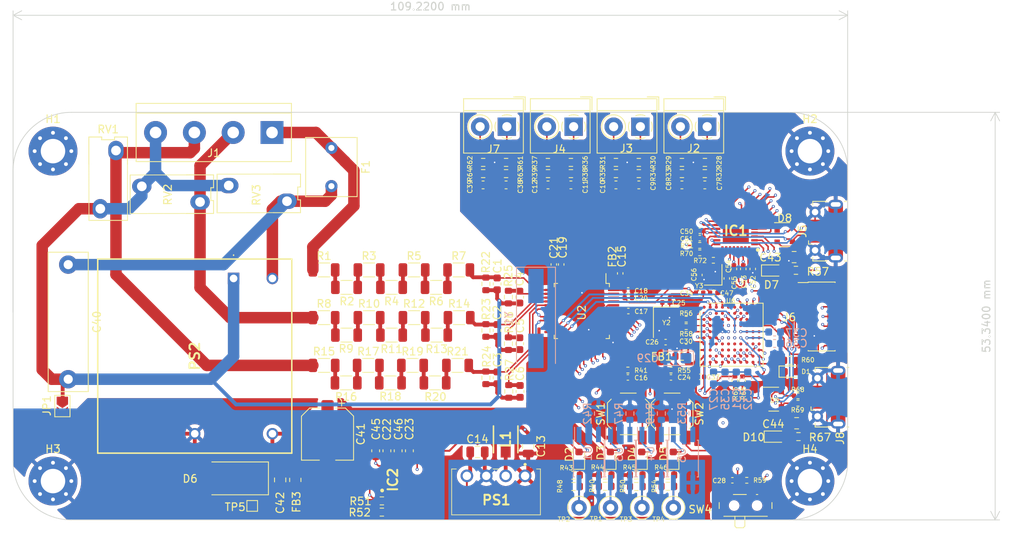
<source format=kicad_pcb>
(kicad_pcb (version 20240108) (generator "pcbnew") (generator_version "8.0")
  (layers (0 "F.Cu" signal) (1 "In1.Cu" signal) (2 "In2.Cu" signal) (3 "In3.Cu" signal) (4 "In4.Cu" signal) (31 "B.Cu" signal) (34 "B.Paste" user) (35 "F.Paste" user) (36 "B.SilkS" user "B.Silkscreen") (37 "F.SilkS" user "F.Silkscreen") (38 "B.Mask" user) (39 "F.Mask" user) (44 "Edge.Cuts" user))
  (net 0 "")
  (net 1 "V1P")
  (net 2 "AC_IN{slash}N")
  (net 3 "V2P")
  (net 4 "V3P")
  (net 5 "V1N")
  (net 6 "V2N")
  (net 7 "V3N")
  (net 8 "I1P")
  (net 9 "GND")
  (net 10 "I1N")
  (net 11 "I2P")
  (net 12 "I2N")
  (net 13 "I3P")
  (net 14 "I3N")
  (net 15 "Filter_V_IN")
  (net 16 "V_IN")
  (net 17 "AC_IN_1{slash}L")
  (net 18 "AC_IN_2{slash}L")
  (net 19 "AC_IN_3{slash}L")
  (net 20 "Coil_1P")
  (net 21 "Coil_1N")
  (net 22 "Coil_2P")
  (net 23 "Coil_2N")
  (net 24 "Coil_3P")
  (net 25 "Coil_3N")
  (net 26 "Net-(R1-Pad2)")
  (net 27 "Net-(R2-Pad2)")
  (net 28 "Net-(R3-Pad2)")
  (net 29 "Net-(R4-Pad2)")
  (net 30 "Net-(R5-Pad2)")
  (net 31 "Net-(R6-Pad2)")
  (net 32 "Net-(R10-Pad1)")
  (net 33 "Net-(R8-Pad2)")
  (net 34 "Net-(R19-Pad2)")
  (net 35 "Net-(R10-Pad2)")
  (net 36 "Net-(R11-Pad2)")
  (net 37 "Net-(R12-Pad2)")
  (net 38 "Net-(R13-Pad2)")
  (net 39 "Net-(R20-Pad2)")
  (net 40 "Net-(R15-Pad2)")
  (net 41 "Net-(R16-Pad2)")
  (net 42 "Net-(R17-Pad2)")
  (net 43 "Net-(R18-Pad2)")
  (net 44 "VBUS")
  (net 45 "SYS_SWDIO")
  (net 46 "AVDD")
  (net 47 "SYS_SWCLK")
  (net 48 "Reset_M90")
  (net 49 "VDD18")
  (net 50 "VREF")
  (net 51 "Net-(D2-K)")
  (net 52 "CF1")
  (net 53 "Net-(D3-K)")
  (net 54 "CF2")
  (net 55 "Net-(D4-K)")
  (net 56 "CF3")
  (net 57 "Net-(D5-K)")
  (net 58 "CF4")
  (net 59 "Net-(PS1-VIN)")
  (net 60 "GND_ISO")
  (net 61 "Net-(R47-Pad2)")
  (net 62 "Net-(R49-Pad2)")
  (net 63 "SYS_SWO")
  (net 64 "SYS_JTDI")
  (net 65 "USART2_RX")
  (net 66 "USART2_TX")
  (net 70 "USB_VDD33")
  (net 71 "3V3_ISO")
  (net 73 "OSCI")
  (net 74 "OSCO")
  (net 75 "ZX_0")
  (net 76 "ZX_1")
  (net 77 "ZX_2")
  (net 78 "WarnOut")
  (net 79 "IRQ0")
  (net 80 "IRQ1")
  (net 81 "PM0")
  (net 82 "PM1")
  (net 84 "DMA_CTRL")
  (net 85 "CS_M90")
  (net 86 "SCLK_M90")
  (net 87 "SDO_M90")
  (net 88 "SDI_M90")
  (net 91 "Net-(R40-Pad1)")
  (net 92 "Net-(R42-Pad2)")
  (net 93 "Net-(R48-Pad1)")
  (net 94 "Net-(R50-Pad1)")
  (net 95 "Net-(R53-Pad2)")
  (net 96 "Net-(R54-Pad1)")
  (net 101 "NRST")
  (net 108 "STM_VSS")
  (net 113 "Net-(C25-Pad1)")
  (net 120 "Net-(C26-Pad1)")
  (net 125 "Net-(D7-A)")
  (net 126 "BOOT_0")
  (net 137 "Net-(D1-A)")
  (net 146 "OSC_IN")
  (net 147 "Net-(D10-A)")
  (net 152 "OSC_OUT")
  (net 153 "Net-(SW4-B)")
  (net 154 "Test_LED")
  (net 155 "VDAA")
  (net 156 "Net-(U6-VCAP_1)")
  (net 157 "Net-(U6-VCAP_2)")
  (net 158 "I4P")
  (net 159 "I4N")
  (net 160 "Coil_4P")
  (net 161 "Coil_4N")
  (net 162 "Net-(PS2-VAC_IN_(N))")
  (net 163 "PDR_ON")
  (net 164 "BYPASS_REG")
  (net 165 "VBUS_FS")
  (net 166 "USB_VDDIO")
  (net 167 "REFCLK")
  (net 168 "XO")
  (net 169 "D+")
  (net 170 "D-")
  (net 171 "USB_D-")
  (net 172 "USB_D+")
  (net 173 "USB3320_CK")
  (net 174 "USB3320_NXT")
  (net 175 "USB_DATA_0")
  (net 176 "USB_DATA_1")
  (net 177 "USB_DATA_2")
  (net 178 "USB_DATA_3")
  (net 179 "USB_DATA_4")
  (net 180 "USB_DATA_5")
  (net 181 "USB_DATA_6")
  (net 183 "USB_DATA_7")
  (net 187 "Net-(IC1-VBUS)")
  (net 188 "ID")
  (net 189 "Net-(IC1-RBIAS)")
  (net 190 "USB_RESETB")
  (net 191 "USB3320_STP")
  (net 192 "USB3320_DIR")
  (net 195 "ID_1")
  (net 196 "Net-(IC2-EN1)")
  (net 197 "Net-(IC2-EN2)")
  (net 198 "Net-(J8-D-)")
  (net 199 "Net-(J8-D+)")
  (footprint "Resistor_SMD:R_0603_1608Metric" (layer "F.Cu") (at 200.9272 100.8126)
    (property "Reference" "R45")
    (property "Value" "510R")
  )
  (footprint "Resistor_SMD:R_1206_3216Metric" (layer "F.Cu") (at 174.5996 88.7476)
    (property "Reference" "R20")
    (property "Value" "240k")
  )
  (footprint "Resistor_SMD:R_1206_3216Metric" (layer "F.Cu") (at 165.862 86.4616)
    (property "Reference" "R17")
    (property "Value" "240k")
  )
  (footprint "TerminalBlock:TerminalBlock_bornier-4_P5.08mm" (layer "F.Cu") (at 153.2636 55.9816 180)
    (property "Reference" "J1")
    (property "Value" "3Phase_Input")
  )
  (footprint "MountingHole:MountingHole_3.2mm_M3_Pad_Via" (layer "F.Cu") (at 223.66 101.6)
    (property "Reference" "H4")
    (property "Value" "MountingHole_Pad")
  )
  (footprint "Capacitor_SMD:C_0603_1608Metric" (layer "F.Cu") (at 192.3796 62.8396)
    (property "Reference" "C11")
    (property "Value" "18nf")
  )
  (footprint "TestPoint:TestPoint_Pad_1.0x1.0mm" (layer "F.Cu") (at 150.6728 104.8512)
    (property "Reference" "TP5")
    (property "Value" "TestPoint")
  )
  (footprint "Capacitor_SMD:C_0402_1005Metric" (layer "F.Cu") (at 209.3214 87.9602 180)
    (property "Reference" "C33")
    (property "Value" "100nf")
  )
  (footprint "TerminalBlock_4Ucon:TerminalBlock_4Ucon_1x02_P3.50mm_Horizontal" (layer "F.Cu") (at 201.4728 55.2196 180)
    (property "Reference" "J3")
    (property "Value" "CT_Coil_2")
  )
  (footprint "Footprint:INDPM3532X120N" (layer "F.Cu") (at 183.8452 96.1384 -90)
    (property "Reference" "L1")
    (property "Value" "SRP3012CC-6R8M" (hide yes))
  )
  (footprint "Resistor_SMD:R_0402_1005Metric" (layer "F.Cu") (at 222.0956 90.4494 180)
    (property "Reference" "R68")
    (property "Value" "22E")
  )
  (footprint "Resistor_SMD:R_0603_1608Metric" (layer "F.Cu") (at 222.1616 95.7834 180)
    (property "Reference" "R67")
    (property "Value" "1k")
  )
  (footprint "Resistor_SMD:R_1206_3216Metric" (layer "F.Cu") (at 168.91 82.4992)
    (property "Reference" "R11")
    (property "Value" "240k")
  )
  (footprint "Resistor_SMD:R_0402_1005Metric" (layer "F.Cu") (at 222.0956 91.4146 180)
    (property "Reference" "R69")
    (property "Value" "22E")
  )
  (footprint "Resistor_SMD:R_1206_3216Metric" (layer "F.Cu") (at 177.7492 80.2132)
    (property "Reference" "R14")
    (property "Value" "240k")
  )
  (footprint "Capacitor_SMD:C_0402_1005Metric" (layer "F.Cu") (at 209.2432 69.7966 180)
    (property "Reference" "C51")
    (property "Value" "100nf")
  )
  (footprint "Resistor_SMD:R_1206_3216Metric" (layer "F.Cu") (at 168.7576 88.7476)
    (property "Reference" "R18")
    (property "Value" "240k")
  )
  (footprint "Capacitor_SMD:C_0402_1005Metric" (layer "F.Cu") (at 213.5124 101.4984 180)
    (property "Reference" "C28")
    (property "Value" "100nf")
  )
  (footprint "Footprint:B0303S1WR2" (layer "F.Cu") (at 186.3852 100.9168 180)
    (property "Reference" "PS1")
    (property "Value" "B0303S-1WR2" (hide yes))
  )
  (footprint "Resistor_SMD:R_1206_3216Metric" (layer "F.Cu") (at 163.0172 82.4992)
    (property "Reference" "R9")
    (property "Value" "240k")
  )
  (footprint "Resistor_SMD:R_0402_1005Metric" (layer "F.Cu") (at 209.2432 70.7618 180)
    (property "Reference" "R71")
    (property "Value" "1k")
  )
  (footprint "Capacitor_SMD:C_0603_1608Metric" (layer "F.Cu") (at 182.7276 88.0872 -90)
    (property "Reference" "C3")
    (property "Value" "18nf")
  )
  (footprint "Resistor_SMD:R_0603_1608Metric" (layer "F.Cu") (at 181.2544 81.8896 90)
    (property "Reference" "R23")
    (property "Value" "1k")
  )
  (footprint "Resistor_SMD:R_0603_1608Metric" (layer "F.Cu") (at 206.9084 61.3664)
    (property "Reference" "R33")
    (property "Value" "1K")
  )
  (footprint "Resistor_SMD:R_0603_1608Metric" (layer "F.Cu") (at 206.883 85.2678)
    (property "Reference" "FB1")
    (property "Value" "600@100Mhz")
  )
  (footprint "TestPoint:TestPoint_Loop_D1.80mm_Drill1.0mm_Beaded" (layer "F.Cu") (at 201.676 105.0798)
    (property "Reference" "TP3")
    (property "Value" "TestPoint_Probe")
  )
  (footprint "LED_SMD:LED_0603_1608Metric" (layer "F.Cu") (at 197.549 98.5774 90)
    (property "Reference" "D3")
    (property "Value" "LED")
  )
  (footprint "Resistor_SMD:R_1206_3216Metric" (layer "F.Cu") (at 165.9636 73.9648)
    (property "Reference" "R3")
    (property "Value" "240k")
  )
  (footprint "LED_SMD:LED_0603_1608Metric" (layer "F.Cu") (at 193.4342 98.5774 90)
    (property "Reference" "D2")
    (property "Value" "LED")
  )
  (footprint "Resistor_SMD:R_0402_1005Metric" (layer "F.Cu") (at 209.2432 71.7322 180)
    (property "Reference" "R70")
    (property "Value" "8.06k")
  )
  (footprint "Resistor_SMD:R_0603_1608Metric" (layer "F.Cu") (at 205.0664 102.2858 180)
    (property "Reference" "R54")
    (property "Value" "510R")
  )
  (footprint "Capacitor_SMD:C_0402_1005Metric" (layer "F.Cu") (at 213.7156 73.8404 -90)
    (property "Reference" "C54")
    (property "Value" "100nf")
  )
  (footprint "Resistor_SMD:R_0603_1608Metric" (layer "F.Cu") (at 200.9394 102.3112 180)
    (property "Reference" "R50")
    (property "Value" "510R")
  )
  (footprint "Resistor_SMD:R_1206_3216Metric" (layer "F.Cu") (at 160.0708 86.4616)
    (property "Reference" "R15")
    (property "Value" "240k")
  )
  (footprint "Resistor_SMD:R_0603_1608Metric" (layer "F.Cu") (at 198.2724 59.8932)
    (property "Reference" "R31")
    (property "Value" "2R7")
  )
  (footprint "Capacitor_SMD:C_0402_1005Metric" (layer "F.Cu") (at 199.8752 76.6572)
    (property "Reference" "C18")
    (property "Value" "0.1uf")
  )
  (footprint "Resistor_SMD:R_0805_2012Metric" (layer "F.Cu") (at 156.3116 101.4476 -90)
    (property "Reference" "FB3")
    (property "Value" "120R")
  )
  (footprint "MountingHole:MountingHole_3.2mm_M3_Pad_Via" (layer "F.Cu") (at 124.6 58.42)
    (property "Reference" "H1")
    (property "Value" "MountingHole_Pad")
  )
  (footprint "Capacitor_SMD:C_0402_1005Metric" (layer "F.Cu") (at 198.8312 74.422 -90)
    (property "Reference" "C15")
    (property "Value" "0.1uf")
  )
  (footprint "Connector_PinHeader_1.27mm:PinHeader_2x07_P1.27mm_Vertical_SMD" (layer "F.Cu") (at 225.1964 80.0608)
    (property "Reference" "J6")
    (property "Value" "Conn_ST_STDC14")
  )
  (footprint "Footprint:QFN50P500X500X100-33N-D" (layer "F.Cu") (at 213.958 68.8392 180)
    (property "Reference" "IC1")
    (property "Value" "USB3320C-EZK-TR" (hide yes))
  )
  (footprint "Capacitor_SMD:C_0402_1005Metric" (layer "F.Cu") (at 204.7748 83.4136 180)
    (property "Reference" "C26")
    (property "Value" "12pf")
  )
  (footprint "LED_SMD:LED_0603_1608Metric" (layer "F.Cu") (at 205.7786 98.5774 90)
    (property "Reference" "D5")
    (property "Value" "LED")
  )
  (footprint "Package_TO_SOT_SMD:SOT-143" (layer "F.Cu") (at 218.9226 90.8812)
    (property "Reference" "D9")
    (property "Value" "SP0503BAHT")
  )
  (footprint "Package_BGA:TFBGA-100_8x8mm_Layout10x10_P0.8mm" (layer "F.Cu") (at 213.4108 82.4484)
    (property "Reference" "U6")
    (property "Value" "STM32F746VGHx")
  )
  (footprint "Resistor_SMD:R_0603_1608Metric" (layer "F.Cu") (at 180.8988 61.3664)
    (property "Reference" "R64")
    (property "Value" "1K")
  )
  (footprint "Capacitor_SMD:C_0603_1608Metric" (layer "F.Cu") (at 183.896 62.8396)
    (property "Reference" "C38")
    (property "Value" "18nf")
  )
  (footprint "Capacitor_SMD:C_0805_2012Metric" (layer "F.Cu") (at 180.152 97.79)
    (property "Reference" "C14")
    (property "Value" "10uf/16V")
  )
  (footprint "Capacitor_SMD:C_0402_1005Metric" (layer "F.Cu") (at 199.898 77.6224)
    (property "Reference" "C20")
    (property "Value" "10uf")
  )
  (footprint "Resistor_SMD:R_1206_3216Metric" (layer "F.Cu") (at 165.9636 80.2132)
    (property "Reference" "R10")
    (property "Value" "240k")
  )
  (footprint "Resistor_SMD:R_0603_1608Metric" (layer "F.Cu") (at 209.9178 59.8932)
    (property "Reference" "R28")
    (property "Value" "2R7")
  )
  (footprint "Capacitor_SMD:C_0402_1005Metric" (layer "F.Cu") (at 199.898 79.3496)
    (property "Reference" "C17")
    (property "Value" "10uf")
  )
  (footprint "Capacitor_SMD:C_0603_1608Metric" (layer "F.Cu") (at 189.3824 62.8396)
    (property "Reference" "C12")
    (property "Value" "18nf")
  )
  (footprint "Capacitor_SMD:C_0805_2012Metric" (layer "F.Cu") (at 221.9198 94.0308 180)
    (property "Reference" "C44")
    (property "Value" "4.7nf")
  )
  (footprint "Resistor_SMD:R_0603_1608Metric" (layer "F.Cu") (at 198.2724 61.3664)
    (property "Reference" "R35")
    (property "Value" "1K")
  )
  (footprint "LED_SMD:LED_0603_1608Metric" (layer "F.Cu") (at 221.1069 87.2744)
    (property "Reference" "D1")
    (property "Value" "Green_LED")
  )
  (footprint "Capacitor_SMD:C_0603_1608Metric" (layer "F.Cu") (at 168.3004 97.6376 90)
    (property "Reference" "C22")
    (property "Value" "1uf")
  )
  (footprint "Resistor_SMD:R_1206_3216Metric" (layer "F.Cu") (at 174.8028 82.4992)
    (property "Reference" "R13")
    (property "Value" "240k")
  )
  (footprint "Capacitor_SMD:C_0805_2012Metric" (layer "F.Cu") (at 154.3304 101.4476 -90)
    (property "Reference" "C42")
    (property "Value" "1uf/50V")
  )
  (footprint "Capacitor_SMD:C_0603_1608Metric" (layer "F.Cu") (at 201.2696 62.8396)
    (property "Reference" "C9")
    (property "Value" "18nf")
  )
  (footprint "Capacitor_SMD:C_0402_1005Metric" (layer "F.Cu") (at 211.074 76.962)
    (property "Reference" "C47")
    (property "Value" "100nf")
  )
  (footprint "Resistor_SMD:R_0402_1005Metric" (layer "F.Cu") (at 214.8332 88.4174 90)
    (property "Reference" "R65")
    (property "Value" "10k")
  )
  (footprint "LED_SMD:LED_0603_1608Metric" (layer "F.Cu") (at 219.1644 95.7834)
    (property "Reference" "D10")
    (property "Value" "Green_LED")
  )
  (footprint "TerminalBlock_4Ucon:TerminalBlock_4Ucon_1x02_P3.50mm_Horizontal" (layer "F.Cu") (at 183.9976 55.2196 180)
    (property "Reference" "J7")
    (property "Value" "CT_Coil_3")
  )
  (footprint "TestPoint:TestPoint_Loop_D1.80mm_Drill1.0mm_Beaded" (layer "F.Cu") (at 205.7908 105.0798)
    (property "Reference" "TP4")
    (property "Value" "TestPoint_Probe")
  )
  (footprint "Resistor_SMD:R_0603_1608Metric" (layer "F.Cu") (at 189.3702 59.8932)
    (property "Reference" "R37")
    (property "Value" "2R7")
  )
  (footprint "Footprint:SON40P200X200X80-11N" (layer "F.Cu") (at 169.0752 101.4308 90)
    (property "Reference" "IC2")
    (property "Value" "TLV751180330PDSQR" (hide yes))
  )
  (footprint "MountingHole:MountingHole_3.2mm_M3_Pad_Via" (layer "F.Cu") (at 124.6 101.6)
    (property "Reference" "H3")
    (property "Value" "MountingHole_Pad")
  )
  (footprint "Resistor_SMD:R_0603_1608Metric" (layer "F.Cu") (at 192.3796 61.3664 180)
    (property "Reference" "R38")
    (property "Value" "1K")
  )
  (footprint "Resistor_SMD:R_0603_1608Metric" (layer "F.Cu") (at 183.896 59.8932)
    (property "Reference" "R61")
    (property "Value" "2R7")
  )
  (footprint "Capacitor_SMD:CP_Elec_6.3x7.7" (layer "F.Cu") (at 160.528 95.4532 -90)
    (property "Reference" "C41")
    (property "Value" "100uf/25V")
  )
  (footprint "Resistor_SMD:R_1206_3216Metric" (layer "F.Cu") (at 171.8564 80.2132)
    (property "Reference" "R12")
    (property "Value" "240k")
  )
  (footprint "Resistor_SMD:R_0603_1608Metric" (layer "F.Cu") (at 167.64 105.664)
    (property "Reference" "R52")
    (property "Value" "100k")
  )
  (footprint "Resistor_SMD:R_0603_1608Metric" (layer "F.Cu") (at 180.8988 59.8932)
    (property "Reference" "R62")
    (property "Value" "2R7")
  )
  (footprint "MountingHole:MountingHole_3.2mm_M3_Pad_Via" (layer "F.Cu") (at 223.66 58.42)
    (property "Reference" "H2")
    (property "Value" "MountingHole_Pad")
  )
  (footprint "Capacitor_SMD:C_0402_1005Metric" (layer "F.Cu") (at 191.1096 73.2536 90)
    (property "Reference" "C19")
    (property "Value" "0.1uf")
  )
  (footprint "Resistor_SMD:R_0603_1608Metric" (layer "F.Cu") (at 206.9084 59.8932)
    (property "Reference" "R29")
    (property "Value" "2R7")
  )
  (footprint "Resistor_SMD:R_0402_1005Metric" (layer "F.Cu") (at 207.4652 80.4164 180)
    (property "Reference" "R56")
    (property "Value" "0R")
  )
  (footprint "Capacitor_SMD:C_0402_1005Metric" (layer "F.Cu") (at 216.1794 73.8404 -90)
    (property "Reference" "C52")
    (property "Value" "100nf")
  )
  (footprint "Footprint:RACM06E05SK277" (layer "F.Cu") (at 148.2344 75.0824 -90)
    (property "Reference" "PS2")
    (property "Value" "RACM06E-05SK_277" (hide yes))
  )
  (footprint "Resistor_SMD:R_0603_1608Metric" (layer "F.Cu") (at 184.2008 77.5208 90)
    (property "Reference" "R25")
    (property "Value" "1k")
  )
  (footprint "Resistor_SMD:R_0603_1608Metric" (layer "F.Cu") (at 192.723 100.838)
    (property "Reference" "R43")
    (property "Value" "510R")
  )
  (footprint "Resistor_SMD:R_0402_1005Metric" (layer "F.Cu") (at 199.835 87.0712)
    (property "Reference" "R41")
    (property "Value" "10k")
  )
  (footprint "Footprint:DIP-2_81_ELL" (layer "F.Cu") (at 131.818499 58.3398 -90)
    (property "Reference" "RV1")
    (property "Value" "S14K350")
  )
  (footprint "Button_Switch_SMD:SW_SPST_SKQG_WithStem" (layer "F.Cu") (at 199.8858 92.8116 90)
    (property "Reference" "SW1")
    (property "Value" "SW_Push")
  )
  (footprint "Button_Switch_SMD:SW_SPST_SKQG_WithStem" (layer "F.Cu") (at 205.6262 92.8116 90)
    (property "Reference" "SW2")
    (property "Value" "SW_Push")
  )
  (footprint "Resistor_SMD:R_1206_3216Metric" (layer "F.Cu") (at 174.752 76.2508)
    (property "Reference" "R6")
    (property "Value" "240k")
  )
  (footprint "Resistor_SMD:R_0402_1005Metric" (layer "F.Cu") (at 207.4652 81.3816)
    (property "Reference" "R58")
    (property "Value" "0R")
  )
  (footprint "Resistor_SMD:R_0402_1005Metric" (layer "F.Cu") (at 211.0232 72.7052 180)
    (property "Reference" "R72")
    (property "Value" "1M")
  )
  (footprint "Resistor_SMD:R_0603_1608Metric" (layer "F.Cu") (at 209.9056 61.3664 180)
    (property "Reference" "R32")
    (property "Value" "1K")
  )
  (footprint "LED_SMD:LED_0603_1608Metric" (layer "F.Cu") (at 201.6384 98.5774 90)
    (property "Reference" "D4")
    (property "Value" "LED")
  )
  (footprint "Resistor_SMD:R_1206_3216Metric" (layer "F.Cu") (at 160.0708 73.9648)
    (property "Reference" "R1")
    (property "Value" "240k")
  )
  (footprint "Connector_USB:USB_Micro-B_Molex-105017-0001" (layer "F.Cu") (at 226.1108 90.6272 90)
    (property "Reference" "J8")
    (property "Value" "USB_B_Micro")
  )
  (footprint "Resistor_SMD:R_0603_1608Metric" (layer "F.Cu") (at 167.64 104.1908)
    (property "Reference" "R51")
    (property "Value" "100k")
  )
  (footprint "Package_QFP:LQFP-48_7x7mm_P0.5mm" (layer "F.Cu") (at 193.8051 79.3428 -90)
    (property "Reference" "U2")
    (property "Value" "M90E36A")
  )
  (footprint "Resistor_SMD:R_0402_1005Metric" (layer "F.Cu") (at 215.392 101.4984 180)
    (property "Reference" "R59")
    (property "Value" "10k")
  )
  (footprint "Resistor_SMD:R_0603_1608Metric" (layer "F.Cu") (at 184.2516 89.8652 90)
    (property "Reference" "R27")
    (property "Value" "1k")
  )
  (footprint "Capacitor_THT:C_Rect_L7.5mm_W6.5mm_P5.00mm" (layer "F.Cu") (at 161.036 58.0028 -90)
    (property "Reference" "F1")
    (property "Value" "2A/300V")
  )
  (footprint "Resistor_SMD:R_0603_1608Metric" (layer "F.Cu") (at 183.896 61.3664 180)
    (property "Reference" "R63")
    (property "Value" "1K")
  )
  (footprint "Capacitor_SMD:C_0603_1608Metric" (layer "F.Cu") (at 182.7276 75.7936 -90)
    (property "Reference" "C1")
    (property "Value" "18nf")
  )
  (footprint "Resistor_SMD:R_0603_1608Metric" (layer "F.Cu") (at 196.8622 102.2858 180)
    (property "Reference" "R40")
    (property "Value" "510R")
  )
  (footprint "Capacitor_SMD:C_0402_1005Metric" (layer "F.Cu") (at 212.7758 75.0824 -90)
    (property "Reference" "C55")
    (property "Value" "12pf")
  )
  (footprint "Capacitor_SMD:C_0603_1608Metric" (layer "F.Cu") (at 185.7248 89.8652 -90)
    (property "Reference" "C6")
    (property "Value" "18nf")
  )
  (footprint "Diode_SMD:D_SMB_Handsoldering" (layer "F.Cu") (at 148.082 101.2444 180)
    (property "Reference" "D6")
    (property "Value" "SM6T12A")
  )
  (footprint "Capacitor_SMD:C_0402_1005Metric" (layer "F.Cu") (at 207.4672 84.0486 180)
    (property "Reference" "C30")
    (property "Value" "10nf")
  )
  (footprint "Capacitor_SMD:C_0603_1608Metric" (layer "F.Cu") (at 180.8858 62.8396)
    (property "Reference" "C39")
    (property "Value" "18nf")
  )
  (footprint "Capacitor_SMD:C_0603_1608Metric" (layer "F.Cu") (at 182.7276 81.8896 -90)
    (property "Reference" "C2")
    (property "Value" "18nf")
  )
  (footprint "Capacitor_SMD:C_0603_1608Metric" (layer "F.Cu") (at 198.2724 62.8396)
    (property "Reference" "C10")
    (property "Value" "18nf")
  )
  (footprint "Resistor_SMD:R_1206_3216Metric" (layer "F.Cu") (at 160.0708 80.2132)
    (property "Reference" "R8")
    (property "Value" "240k")
  )
  (footprint "Connector_USB:USB_Micro-B_Molex-105017-0001" (layer "F.Cu") (at 225.7953 68.8952 90)
    (property "Reference" "J5")
    (property "Value" "USB_B_Micro")
  )
  (footprint "Resistor_SMD:R_0603_1608Metric" (layer "F.Cu") (at 192.722 102.3112 180)
    (property "Reference" "R48")
    (property "Value" "510R")
  )
  (footprint "Resistor_SMD:R_0603_1608Metric" (layer "F.Cu") (at 205.0674 100.8126)
    (property "Reference" "R46")
    (property "Value" "510R")
  )
  (footprint "Resistor_SMD:R_0603_1608Metric" (layer "F.Cu") (at 192.3796 59.8932)
    (property "Reference" "R36")
    (property "Value" "2R7")
  )
  (footprint "Resistor_SMD:R_1206_3216Metric" (layer "F.Cu") (at 177.546 86.4616)
    (property "Reference" "R21")
    (property "Value" "240k")
  )
  (footprint "Resistor_SMD:R_1206_3216Metric" (layer "F.Cu") (at 168.91 76.2508)
    (property "Reference" "R4")
    (property "Value" "240k")
  )
  (footprint "Capacitor_SMD:C_0603_1608Metric" (layer "F.Cu") (at 166.8272 97.6376 90)
    (property "Reference" "C45")
    (property "Value" "10uf")
  )
  (footprint "LED_SMD:LED_0603_1608Metric" (layer "F.Cu") (at 218.8088 74.041)
    (property "Reference" "D7")
    (property "Value" "Green_LED")
  )
  (footprint "Resistor_SMD:R_0603_1608Metric" (layer "F.Cu") (at 184.2008 83.6168 90)
    (property "Reference" "R26")
    (property "Value" "1k")
  )
  (footprint "Footprint:DIP-2_81_ELL" (layer "F.Cu") (at 155.2234 63.9497 180)
    (property "Reference" "RV3")
    (property "Value" "S14K350")
  )
  (footprint "Capacitor_SMD:C_0805_2012Metric" (layer "F.Cu") (at 186.7916 97.0432 -90)
    (property "Reference" "C13")
    (property "Value" "4.7uf/16V")
  )
  (footprint "Resistor_SMD:R_0603_1608Metric" (layer "F.Cu") (at 201.2696 59.8932)
    (property "Reference" "R30")
    (property "Value" "2R7")
  )
  (footprint "Resistor_SMD:R_0603_1608Metric" (layer "F.Cu") (at 189.3824 61.3664)
    (property "Reference" "R39")
    (property "Value" "1K")
  )
  (footprint "Capacitor_THT:C_Rect_L18.0mm_W5.0mm_P15.00mm_FKS3_FKP3" (layer "F.Cu") (at 126.5936 73.272 -90)
    (property "Reference" "C40")
    (property "Value" "0.1uf/305V")
  )
  (footprint "Resistor_SMD:R_1206_3216Metric" (layer "F.Cu") (at 171.8564 73.9648)
    (property "Reference" "R5")
    (property "Value" "240k")
  )
  (footprint "Crystal:Crystal_SMD_3225-4Pin_3.2x2.5mm" (layer "F.Cu") (at 204.8256 80.8228 -90)
    (property "Reference" "Y2")
    (property "Value" "16MHz")
  )
  (footprint "Capacitor_SMD:C_0402_1005Metric" (layer "F.Cu") (at 199.835 88.0364 180)
    (property "Reference" "C16")
    (property "Value" "0.1uf")
  )
  (footprint "Capacitor_SMD:C_0603_1608Metric" (layer "F.Cu") (at 185.674 77.5208 -90)
    (property "Reference" "C4")
    (property "Value" "18nf")
  )
  (footprint "Capacitor_SMD:C_0603_1608Metric" (layer "F.Cu") (at 169.7736 97.6376 90)
    (property "Reference" "C46")
    (property "Value" "10uf")
  )
  (footprint "Resistor_SMD:R_0603_1608Metric" (layer "F.Cu") (at 196.8632 100.8126)
    (property "Reference" "R44")
    (property "Value" "510R")
  )
  (footprint "Capacitor_SMD:C_0805_2012Metric" (layer "F.Cu") (at 221.5896 72.2884 180)
    (property "Reference" "C43")
    (property "Value" "4.7nf")
  )
  (footprint "Capacitor_SMD:C_0402_1005Metric" (layer "F.Cu") (at 205.4738 88.0364 180)
    (property "Reference" "C24")
    (property "Value" "100nf")
  )
  (footprint "Capacitor_SMD:C_0402_1005Metric" (layer "F.Cu") (at 214.9348 73.8404 -90)
    (property "Reference" "C53")
    (property "Value" "100nf")
  )
  (footprint "Resistor_SMD:R_0603_1608Metric" (layer "F.Cu") (at 181.2544 88.0872 90)
    (property "Reference" "R24")
    (property "Value" "1k")
  )
  (footprint "TestPoint:TestPoint_Loop_D1.80mm_Drill1.0mm_Beaded" (layer "F.Cu") (at 193.4464 105.0798)
    (property "Reference" "TP2")
    (property "Value" "TestPoint_Probe")
  )
  (footprint "Capacitor_SMD:C_0402_1005Metric" (layer "F.Cu") (at 204.8256 78.232)
    (property "Reference" "C25")
    (property "Value" "12pf")
  )
  (footprint "TerminalBlock_4Ucon:TerminalBlock_4Ucon_1x02_P3.50mm_Horizontal" (layer "F.Cu") (at 192.7352 55.2196 180)
    (property "Reference" "J4")
    (property "Value" "CT_Coil_3")
  )
  (footprint "Resistor_SMD:R_0603_1608Metric" (layer "F.Cu") (at 181.2544 75.7936 90)
    (property "Reference" "R22")
    (property "Value" "1k")
  )
  (footprint "Resistor_SMD:R_1206_3216Metric" (layer "F.Cu") (at 163.0172 76.2508)
    (property "Reference" "R2")
    (property "Value" "240k")
  )
  (footprint "Capacitor_SMD:C_0603_1608Metric" (layer "F.Cu") (at 185.674 83.6168 -90)
    (property "Reference" "C5")
    (property "Value" "18nf")
  )
  (footprint "Capacitor_SMD:C_0402_1005Metric" (layer "F.Cu") (at 190.1444 73.2536 90)
    (property "Reference" "C21")
    (property "Value" "10uf")
  )
  (footprint "Capacitor_SMD:C_0603_1608Metric" (layer "F.Cu") (at 209.9056 62.8396)
    (property "Reference" "C7")
    (property "Value" "18nf")
  )
  (footprint "Resistor_SMD:R_0603_1608Metric" (layer "F.Cu") (at 221.8314 74.0156 180)
    (property "Reference" "R57")
    (property "Value" "1k")
  )
  (footprint "Resistor_SMD:R_1206_3216Metric" (layer "F.Cu") (at 177.6984 73.9648)
    (property "Reference" "R7")
    (property "Value" "240k")
  )
  (footprint "Capacitor_SMD:C_0402_1005Metric" (layer "F.Cu") (at 209.1944 74.6304 -90)
    (property "Reference" "C56")
    (property "Value" "12pf")
  )
  (footprint "TestPoint:TestPoint_Loop_D1.80mm_Drill1.0mm_Beaded" (layer "F.Cu") (at 197.5612 105.0798)
    (property "Reference" "TP1")
    (property "Value" "TestPoint_Probe")
  )
  (footprint "Resistor_SMD:R_0402_1005Metric" (layer "F.Cu") (at 213.8426 88.4174 -90)
    (property "Reference" "R66")
    (property "Value" "10k")
  )
  (footprint "Resistor_SMD:R_1206_3216Metric" (layer "F.Cu") (at 162.9664 88.7476)
    (property "Reference" "R16")
    (property "Value" "240k")
  )
  (footprint "Resistor_SMD:R_0603_1608Metric" (layer "F.Cu") (at 201.2696 61.3664 180)
    (property "Reference" "R34")
    (property "Value" "1K")
  )
  (footprint "Resistor_SMD:R_0603_1608Metric" (layer "F.Cu") (at 221.1069 85.8012)
    (property "Reference" "R60")
    (property "Value" "1k")
  )
  (footprint "Package_TO_SOT_SMD:SOT-143" (layer "F.Cu") (at 220.3704 69.342)
    (property "Reference" "D8")
    (property "Value" "SP0503BAHT")
  )
  (footprint "Capacitor_SMD:C_0402_1005Metric" (layer "F.Cu") (at 209.2198 76.962)
    (property "Reference" "C34")
    (property "Value" "100nf")
  )
  (footprint "Capacitor_SMD:C_0603_1608Metric" (layer "F.Cu") (at 171.2468 97.6376 90)
    (property "Reference" "C23")
    (property "Value" "1uf")
  )
  (footprint "Footprint:DIP-2_81_ELL" (layer "F.Cu") (at 143.8442 64.0513 180)
    (property "Reference" "RV2")
    (property "Value" "S14K350")
  )
  (footprint "Resistor_SMD:R_0402_1005Metric" (layer "F.Cu") (at 205.4738 87.0712)
    (property "Reference" "R55")
    (property "Value" "10k")
  )
  (footprint "TerminalBlock_4Ucon:TerminalBlock_4Ucon_1x02_P3.50mm_Horizontal" (layer "F.Cu") (at 210.2104 55.2196 180)
    (property "Reference" "J2")
    (property "Value" "CT_Coil_1")
  )
  (footprint "Fuse:Fuse_0402_1005Metric" (layer "F.Cu") (at 197.866 74.422 90)
    (property "Reference" "FB2")
    (property "Value" "FerriteBead_Small")
  )
  (footprint "Capacitor_SMD:C_0402_1005Metric" (layer "F.Cu") (at 209.2432 68.8314 180)
    (property "Reference" "C50")
    (property "Value" "100nf")
  )
  (footprint "Button_Switch_SMD:SW_SPDT_PCM12" (layer "F.Cu") (at 215.2396 104.4778)
    (property "Reference" "SW4")
    (property "Value" "SW_SPDT")
  )
  (footprint "Capacitor_SMD:C_0603_1608Metric" (layer "F.Cu") (at 206.9084 62.8396)
    (property "Reference" "C8")
    (property "Value" "18nf")
  )
  (footprint "Jumper:SolderJumper-2_P1.3mm_Open_TrianglePad1.0x1.5mm" (layer "F.Cu") (at 125.8316 91.7818 -90)
    (property "Reference" "JP1")
    (property "Value" "Jumper_2_Open")
  )
  (footprint "Resistor_SMD:R_1206_3216Metric" (layer "F.Cu") (at 171.6532 86.4616)
    (property "Reference" "R19")
    (property "Value" "240k")
  )
  (footprint "Crystal:Crystal_SMD_2016-4Pin_2.0x1.6mm" (layer "F.Cu") (at 210.9978 74.6024 90)
    (property "Reference" "Y3")
    (property "Value" "27Mhz")
  )
  (footprint "Crystal:Crystal_SMD_HC49-SD" (layer "B.Cu") (at 187.8076 80.3148 -90)
    (property "Reference" "Y1")
    (property "Value" "16Mhz")
  )
  (footprint "Resistor_SMD:R_0603_1608Metric" (layer "B.Cu") (at 200.1012 92.7608 -90)
    (property "Reference" "R47")
    (property "Value" "510R")
  )
  (footprint "Capacitor_SMD:C_0603_1608Metric" (layer "B.Cu") (at 211.0486 88.0996 -90)
    (property "Reference" "C27")
    (property "Value" "100nf")
  )
  (footprint "Resistor_SMD:R_0603_1608Metric" (layer "B.Cu") (at 208.3562 92.7354 -90)
    (property "Reference" "R53")
    (property "Value" "510R")
  )
  (footprint "Capacitor_SMD:C_0603_1608Metric" (layer "B.Cu") (at 215.519 88.0996 -90)
    (property "Reference" "C32")
    (property "Value" "100nf")
  )
  (footprint "Capacitor_SMD:C_0603_1608Metric" (layer "B.Cu") (at 212.5472 88.0996 -90)
    (property "Reference" "C35")
    (property "Value" "4.7uf")
  )
  (footprint "Package_SO:SO-4_4.4x3.6mm_P2.54mm" (layer "B.Cu") (at 198.8312 98.6536 -90)
    (property "Reference" "U3")
    (property "Value" "EL817")
  )
  (footprint "Capacitor_Tantalum_SMD:CP_EIA-3216-18_Kemet-A" (layer "B.Cu") (at 206.0956 85.5218 180)
    (property "Reference" "C29")
    (property "Value" "1uf")
  )
  (footprint "Resistor_SMD:R_0603_1608Metric" (layer "B.Cu") (at 195.9864 92.7608 -90)
    (property "Reference" "R42")
    (property "Value" "510R")
  )
  (footprint "Capacitor_SMD:C_0603_1608Metric" (layer "B.Cu") (at 214.0204 88.0996 -90)
    (property "Reference" "C31")
    (property "Value" "100nf")
  )
  (footprint "Capacitor_SMD:C_0603_1608Metric" (layer "B.Cu") (at 219.0372 83.5914)
    (property "Reference" "C36")
    (property "Value" "2.2uf")
  )
  (footprint "Resistor_SMD:R_0603_1608Metric" (layer "B.Cu") (at 204.216 92.7608 -90)
    (property "Reference" "R49")
    (property "Value" "510R")
  )
  (footprint "Capacitor_SMD:C_0603_1608Metric" (layer "B.Cu") (at 219.0372 82.0928)
    (property "Reference" "C37")
    (property "Value" "2.2uf")
  )
  (footprint "Package_SO:SO-4_4.4x3.6mm_P2.54mm" (layer "B.Cu") (at 194.7164 98.6536 -90)
    (property "Reference" "U1")
    (property "Value" "EL817")
  )
  (footprint "Package_SO:SO-4_4.4x3.6mm_P2.54mm" (layer "B.Cu") (at 202.946 98.6536 -90)
    (property "Reference" "U4")
    (property "Value" "EL817")
  )
  (footprint "Package_SO:SO-4_4.4x3.6mm_P2.54mm" (layer "B.Cu") (at 207.0608 98.6536 -90)
    (property "Reference" "U5")
    (property "Value" "EL817")
  )
  (gr_line (start 127 106.68) (end 220.98 106.68) (stroke (width 0.1)) (layer "Edge.Cuts"))
  (gr_arc (start 228.6 99.06) (mid 226.368154 104.448154) (end 220.98 106.68) (stroke (width 0.1)) (layer "Edge.Cuts"))
  (gr_arc (start 119.38 60.96) (mid 121.611846 55.571846) (end 127 53.34) (stroke (width 0.1)) (layer "Edge.Cuts"))
  (gr_arc (start 220.98 53.34) (mid 226.368154 55.571846) (end 228.6 60.96) (stroke (width 0.1)) (layer "Edge.Cuts"))
  (gr_line (start 119.38 60.96) (end 119.38 99.06) (stroke (width 0.1)) (layer "Edge.Cuts"))
  (gr_arc (start 127 106.68) (mid 121.611846 104.448154) (end 119.38 99.06) (stroke (width 0.1)) (layer "Edge.Cuts"))
  (gr_line (start 228.6 60.96) (end 228.6 99.06) (stroke (width 0.1)) (layer "Edge.Cuts"))
  (gr_line (start 127 53.34) (end 220.98 53.34) (stroke (width 0.1)) (layer "Edge.Cuts"))
  (dimension (type aligned) (layer "Edge.Cuts") (pts (xy 119.38 80.01) (xy 228.6 80.01)) (height -39.37) (gr_text "109.2200 mm" (at 173.99 39.49 0) (layer "Edge.Cuts") (effects (font (size 1 1) (thickness 0.15)))) (format (prefix "") (suffix "") (units 3) (units_format 1) (precision 4)) (style (thickness 0.1) (arrow_length 1.27) (text_position_mode 0) (extension_height 0.58642) (extension_offset 0.5) keep_text_aligned))
  (dimension (type aligned) (layer "Edge.Cuts") (pts (xy 220.98 53.34) (xy 220.98 106.68)) (height -26.924) (gr_text "53.3400 mm" (at 246.754 80.01 90) (layer "Edge.Cuts") (effects (font (size 1 1) (thickness 0.15)))) (format (prefix "") (suffix "") (units 3) (units_format 1) (precision 4)) (style (thickness 0.1) (arrow_length 1.27) (text_position_mode 0) (extension_height 0.58642) (extension_offset 0.5) keep_text_aligned))
  (segment (start 179.578 74.93) (end 182.639 74.93) (width 0.5) (layer "F.Cu") (net 1))
  (segment (start 182.7276 75.0186) (end 186.1944 75.0186) (width 0.2) (layer "F.Cu") (net 1))
  (segment (start 179.1609 74.5129) (end 179.578 74.93) (width 0.5) (layer "F.Cu") (net 1))
  (segment (start 182.639 74.93) (end 182.7276 75.0186) (width 0.5) (layer "F.Cu") (net 1))
  (segment (start 179.1609 73.9648) (end 179.1609 74.5129) (width 0.5) (layer "F.Cu") (net 1))
  (segment (start 186.1944 75.0186) (end 187.7686 76.5928) (width 0.2) (layer "F.Cu") (net 1))
  (segment (start 187.7686 76.5928) (end 189.6426 76.5928) (width 0.2) (layer "F.Cu") (net 1))
  (segment (start 182.6776 76.6186) (end 182.7276 76.5686) (width 0.5) (layer "F.Cu") (net 2))
  (segment (start 183.007 84.1248) (end 183.007 84.1248) (width 0.5) (layer "F.Cu") (net 2))
  (segment (start 183.324 84.4418) (end 183.007 84.1248) (width 0.5) (layer "F.Cu") (net 2))
  (segment (start 182.7276 90.043) (end 182.7276 88.8622) (width 0.5) (layer "F.Cu") (net 2))
  (segment (start 124.4416 88.272) (end 126.5936 88.272) (width 1.5) (layer "F.Cu") (net 2))
  (segment (start 185.624 84.4418) (end 185.674 84.3918) (width 0.5) (layer "F.Cu") (net 2))
  (segment (start 183.0578 90.3732) (end 183.0578 90.3732) (width 0.5) (layer "F.Cu") (net 2))
  (segment (start 123.19 87.0204) (end 124.4416 88.272) (width 1.5) (layer "F.Cu") (net 2))
  (segment (start 183.3494 78.3458) (end 183.007 78.0034) (width 0.5) (layer "F.Cu") (net 2))
  (segment (start 181.2544 88.9122) (end 182.6776 88.9122) (width 0.5) (layer "F.Cu") (net 2))
  (segment (start 182.6776 82.7146) (end 182.7276 82.6646) (width 0.5) (layer "F.Cu") (net 2))
  (segment (start 130.7935 65.9598) (end 127.9946 65.9598) (width 1.5) (layer "F.Cu") (net 2))
  (segment (start 184.2008 84.4418) (end 183.324 84.4418) (width 0.5) (layer "F.Cu") (net 2))
  (segment (start 184.2516 90.6902) (end 183.3748 90.6902) (width 0.5) (layer "F.Cu") (net 2))
  (segment (start 185.6748 90.6902) (end 185.7248 90.6402) (width 0.5) (layer "F.Cu") (net 2))
  (segment (start 183.0578 90.3732) (end 182.7276 90.043) (width 0.5) (layer "F.Cu") (net 2))
  (segment (start 184.2008 78.3458) (end 183.3494 78.3458) (width 0.5) (layer "F.Cu") (net 2))
  (segment (start 182.7276 77.724) (end 182.7276 76.5686) (width 0.5) (layer "F.Cu") (net 2))
  (segment (start 185.624 78.3458) (end 185.674 78.2958) (width 0.5) (layer "F.Cu") (net 2))
  (segment (start 184.2008 84.4418) (end 185.624 84.4418) (width 0.5) (layer "F.Cu") (net 2))
  (segment (start 182.6776 88.9122) (end 182.7276 88.8622) (width 0.5) (layer "F.Cu") (net 2))
  (segment (start 184.2008 78.3458) (end 185.624 78.3458) (width 0.5) (layer "F.Cu") (net 2))
  (segment (start 183.007 78.0034) (end 183.007 78.0034) (width 0.5) (layer "F.Cu") (net 2))
  (segment (start 183.0578 90.3732) (end 183.0578 90.3732) (width 0.5) (layer "F.Cu") (net 2))
  (segment (start 182.7276 83.8454) (end 182.7276 82.6646) (width 0.5) (layer "F.Cu") (net 2))
  (segment (start 183.007 84.1248) (end 182.7276 83.8454) (width 0.5) (layer "F.Cu") (net 2))
  (segment (start 127.9946 65.9598) (end 123.19 70.7644) (width 1.5) (layer "F.Cu") (net 2))
  (segment (start 183.007 78.0034) (end 183.007 78.0034) (width 0.5) (layer "F.Cu") (net 2))
  (segment (start 125.8686 91.3892) (end 125.8686 88.997) (width 0.5) (layer "F.Cu") (net 2))
  (segment (start 181.2544 76.6186) (end 182.6776 76.6186) (width 0.5) (layer "F.Cu") (net 2))
  (segment (start 123.19 70.7644) (end 123.19 87.0204) (width 1.5) (layer "F.Cu") (net 2))
  (segment (start 183.007 84.1248) (end 183.007 84.1248) (width 0.5) (layer "F.Cu") (net 2))
  (segment (start 183.007 78.0034) (end 182.7276 77.724) (width 0.5) (layer "F.Cu") (net 2))
  (segment (start 183.3748 90.6902) (end 183.0578 90.3732) (width 0.5) (layer "F.Cu") (net 2))
  (segment (start 125.8686 88.997) (end 126.5936 88.272) (width 0.5) (layer "F.Cu") (net 2))
  (segment (start 184.2516 90.6902) (end 185.6748 90.6902) (width 0.5) (layer "F.Cu") (net 2))
  (segment (start 181.2544 82.7146) (end 182.6776 82.7146) (width 0.5) (layer "F.Cu") (net 2))
  (via (at 183.007 78.0034) (size 0.4) (drill 0.2) (layers "F.Cu" "B.Cu") (net 2))
  (via (at 183.0578 90.3732) (size 0.4) (drill 0.2) (layers "F.Cu" "B.Cu") (net 2))
  (via (at 183.007 84.1248) (size 0.4) (drill 0.2) (layers "F.Cu" "B.Cu") (net 2))
  (segment (start 136.2242 64.2834) (end 134.5478 65.9598) (width 1.5) (layer "B.Cu") (net 2))
  (segment (start 183.007 78.0034) (end 183.007 90.3224) (width 0.5) (layer "B.Cu") (net 2))
  (segment (start 138.0236 55.9816) (end 138.0236 61.226901) (width 1.5) (layer "B.Cu") (net 2))
  (segment (start 138.0236 61.226901) (end 136.2242 63.026301) (width 1.5) (layer "B.Cu") (net 2))
  (segment (start 136.2242 63.026301) (end 136.2242 64.2834) (width 1.5) (layer "B.Cu") (net 2))
  (segment (start 181.864 91.567) (end 148.5506 91.567) (width 0.5) (layer "B.Cu") (net 2))
  (segment (start 148.2344 85.2932) (end 148.2344 75.0824) (width 1.5) (layer "B.Cu") (net 2))
  (segment (start 183.007 90.3224) (end 183.0578 90.3732) (width 0.5) (layer "B.Cu") (net 2))
  (segment (start 148.5506 91.567) (end 145.2556 88.272) (width 0.5) (layer "B.Cu") (net 2))
  (segment (start 145.2556 88.272) (end 148.2344 85.2932) (width 1.5) (layer "B.Cu") (net 2))
  (segment (start 139.7214 62.924701) (end 147.6034 62.924701) (width 1.5) (layer "B.Cu") (net 2))
  (segment (start 126.5936 88.272) (end 145.2556 88.272) (width 1.5) (layer "B.Cu") (net 2))
  (segment (start 134.5478 65.9598) (end 130.7935 65.9598) (width 1.5) (layer "B.Cu") (net 2))
  (segment (start 138.0236 61.226901) (end 139.7214 62.924701) (width 1.5) (layer "B.Cu") (net 2))
  (segment (start 183.0578 90.3732) (end 181.864 91.567) (width 0.5) (layer "B.Cu") (net 2))
  (segment (start 147.5018 63.026301) (end 147.6034 62.924701) (width 1.5) (layer "B.Cu") (net 2))
  (segment (start 184.3662 81.1146) (end 182.7276 81.1146) (width 0.2) (layer "F.Cu") (net 3))
  (segment (start 179.8698 81.1146) (end 182.7276 81.1146) (width 0.5) (layer "F.Cu") (net 3))
  (segment (start 187.888 77.5928) (end 184.3662 81.1146) (width 0.2) (layer "F.Cu") (net 3))
  (segment (start 179.2117 80.2132) (end 179.2117 80.4565) (width 0.5) (layer "F.Cu") (net 3))
  (segment (start 179.2117 80.4565) (end 179.8698 81.1146) (width 0.5) (layer "F.Cu") (net 3))
  (segment (start 189.6426 77.5928) (end 187.888 77.5928) (width 0.2) (layer "F.Cu") (net 3))
  (segment (start 179.6288 87.3252) (end 179.6418 87.3122) (width 0.5) (layer "F.Cu") (net 4))
  (segment (start 189.6426 78.5928) (end 188.019372 78.5928) (width 0.2) (layer "F.Cu") (net 4))
  (segment (start 183.971062 87.3122) (end 182.7276 87.3122) (width 0.2) (layer "F.Cu") (net 4))
  (segment (start 179.0085 86.4616) (end 179.0085 86.7049) (width 0.5) (layer "F.Cu") (net 4))
  (segment (start 188.019372 78.5928) (end 186.988986 79.623186) (width 0.2) (layer "F.Cu") (net 4))
  (segment (start 179.0085 86.7049) (end 179.6288 87.3252) (width 0.5) (layer "F.Cu") (net 4))
  (segment (start 186.988986 79.623186) (end 186.988986 84.294276) (width 0.2) (layer "F.Cu") (net 4))
  (segment (start 186.988986 84.294276) (end 183.971062 87.3122) (width 0.2) (layer "F.Cu") (net 4))
  (segment (start 179.6418 87.3122) (end 182.7276 87.3122) (width 0.5) (layer "F.Cu") (net 4))
  (segment (start 184.2008 76.6958) (end 185.624 76.6958) (width 0.5) (layer "F.Cu") (net 5))
  (segment (start 186.021 77.0928) (end 189.6426 77.0928) (width 0.2) (layer "F.Cu") (net 5))
  (segment (start 185.624 76.6958) (end 185.674 76.7458) (width 0.5) (layer "F.Cu") (net 5))
  (segment (start 185.674 76.7458) (end 186.021 77.0928) (width 0.2) (layer "F.Cu") (net 5))
  (segment (start 184.2008 81.845686) (end 184.2008 82.7918) (width 0.2) (layer "F.Cu") (net 6))
  (segment (start 187.953686 78.0928) (end 184.2008 81.845686) (width 0.2) (layer "F.Cu") (net 6))
  (segment (start 185.624 82.7918) (end 185.674 82.8418) (width 0.5) (layer "F.Cu") (net 6))
  (segment (start 184.2008 82.7918) (end 185.624 82.7918) (width 0.5) (layer "F.Cu") (net 6))
  (segment (start 189.6426 78.0928) (end 187.953686 78.0928) (width 0.2) (layer "F.Cu") (net 6))
  (segment (start 184.2516 89.0402) (end 185.6748 89.0402) (width 0.5) (layer "F.Cu") (net 7))
  (segment (start 187.388986 79.788872) (end 187.388986 84.459962) (width 0.2) (layer "F.Cu") (net 7))
  (segment (start 184.2516 87.597348) (end 184.2516 89.0402) (width 0.2) (layer "F.Cu") (net 7))
  (segment (start 185.6748 89.0402) (end 185.7248 89.0902) (width 0.5) (layer "F.Cu") (net 7))
  (segment (start 187.388986 84.459962) (end 184.2516 87.597348) (width 0.2) (layer "F.Cu") (net 7))
  (segment (start 188.085058 79.0928) (end 187.388986 79.788872) (width 0.2) (layer "F.Cu") (net 7))
  (segment (start 189.6426 79.0928) (end 188.085058 79.0928) (width 0.2) (layer "F.Cu") (net 7))
  (segment (start 201.0156 67.0814) (end 207.7974 67.0814) (width 0.2) (layer "F.Cu") (net 8))
  (segment (start 207.7974 67.0814) (end 209.1306 65.7482) (width 0.2) (layer "F.Cu") (net 8))
  (segment (start 209.0806 61.3664) (end 209.0806 62.7896) (width 0.2) (layer "F.Cu") (net 8))
  (segment (start 209.1306 65.7482) (end 209.1306 62.8396) (width 0.2) (layer "F.Cu") (net 8))
  (segment (start 195.5551 72.5419) (end 201.0156 67.0814) (width 0.2) (layer "F.Cu") (net 8))
  (segment (start 209.0806 62.7896) (end 209.1306 62.8396) (width 0.2) (layer "F.Cu") (net 8))
  (segment (start 195.5551 75.1803) (end 195.5551 72.5419) (width 0.2) (layer "F.Cu") (net 8))
  (segment (start 206.7834 62.1896) (end 206.1334 62.8396) (width 0.2) (layer "F.Cu") (net 9))
  (segment (start 213.7156 74.6226) (end 213.7156 74.3204) (width 0.2) (layer "F.Cu") (net 9))
  (segment (start 168.6752 101.8308) (end 169.0752 101.4308) (width 0.2) (layer "F.Cu") (net 9))
  (segment (start 197.9676 78.5928) (end 197.19977 78.5928) (width 0.2) (layer "F.Cu") (net 9))
  (segment (start 191.0551 76.7043) (end 191.0551 75.1803) (width 0.2) (layer "F.Cu") (net 9))
  (segment (start 221.7464 81.8686) (end 222.4786 82.6008) (width 0.2) (layer "F.Cu") (net 9))
  (segment (start 191.5546 59.8932) (end 192.5046 60.8432) (width 0.2) (layer "F.Cu") (net 9))
  (segment (start 200.4446 59.8932) (end 200.4446 60.184293) (width 0.2) (layer "F.Cu") (net 9))
  (segment (start 189.5074 60.581) (end 189.5074 61.9396) (width 0.2) (layer "F.Cu") (net 9))
  (segment (start 221.7464 80.7308) (end 221.7464 81.8686) (width 0.2) (layer "F.Cu") (net 9))
  (segment (start 224.6483 89.3272) (end 224.6483 88.1272) (width 0.2) (layer "F.Cu") (net 9))
  (segment (start 213.233 90.7034) (end 213.8426 90.0938) (width 0.25) (layer "F.Cu") (net 9))
  (segment (start 215.0792 75.0236) (end 215.0618 75.0062) (width 0.2) (layer "F.Cu") (net 9))
  (segment (start 205.6756 79.7228) (end 205.6756 79.1582) (width 0.15) (layer "F.Cu") (net 9))
  (segment (start 213.7156 74.3204) (end 213.7156 75.535507) (width 0.2) (layer "F.Cu") (net 9))
  (segment (start 214.372093 76.192) (end 214.810086 76.192) (width 0.2) (layer "F.Cu") (net 9))
  (segment (start 215.0792 75.922886) (end 215.0792 75.0236) (width 0.2) (layer "F.Cu") (net 9))
  (segment (start 209.7806 60.581) (end 209.7806 61.9396) (width 0.2) (layer "F.Cu") (net 9))
  (segment (start 209.6998 77.625) (end 209.1436 78.1812) (width 0.2) (layer "F.Cu") (net 9))
  (segment (start 207.354138 86.1314) (end 206.8576 85.634862) (width 0.25) (layer "F.Cu") (net 9))
  (segment (start 163.8176 96.8626) (end 166.8272 96.8626) (width 0.5) (layer "F.Cu") (net 9))
  (segment (start 204.3514 88.0364) (end 203.7762 88.6116) (width 0.2) (layer "F.Cu") (net 9))
  (segment (start 192.5046 60.8432) (end 192.5046 62.1896) (width 0.2) (layer "F.Cu") (net 9))
  (segment (start 210.6108 80.4358) (end 210.2104 80.0354) (width 0.25) (layer "F.Cu") (net 9))
  (segment (start 199.0974 60.184293) (end 198.1474 61.134293) (width 0.2) (layer "F.Cu") (net 9))
  (segment (start 203.7762 88.6116) (end 203.7762 89.7116) (width 0.2) (layer "F.Cu") (net 9))
  (segment (start 206.8576 84.1782) (end 206.9872 84.0486) (width 0.25) (layer "F.Cu") (net 9))
  (segment (start 169.4752 102.4808) (end 169.4752 101.8308) (width 0.2) (layer "F.Cu") (net 9))
  (segment (start 209.8108 85.2484) (end 208.9278 86.1314) (width 0.25) (layer "F.Cu") (net 9))
  (segment (start 203.7762 89.7116) (end 203.7762 95.9116) (width 0.2) (layer "F.Cu") (net 9))
  (segment (start 203.9756 83.0944) (end 204.2948 83.4136) (width 0.25) (layer "F.Cu") (net 9))
  (segment (start 195.5038 76.962) (end 196.0551 76.4107) (width 0.2) (layer "F.Cu") (net 9))
  (segment (start 208.7456 89.955663) (end 209.493337 90.7034) (width 0.25) (layer "F.Cu") (net 9))
  (segment (start 215.0792 74.9888) (end 215.0792 74.4648) (width 0.2) (layer "F.Cu") (net 9))
  (segment (start 208.9278 86.1314) (end 207.354138 86.1314) (width 0.25) (layer "F.Cu") (net 9))
  (segment (start 190.1952 59.8932) (end 189.5074 60.581) (width 0.2) (layer "F.Cu") (net 9))
  (segment (start 126.4158 95.4024) (end 125.8316 94.8182) (width 0.5) (layer "F.Cu") (net 9))
  (segment (start 199.184222 88.0364) (end 198.0358 89.184822) (width 0.25) (layer "F.Cu") (net 9))
  (segment (start 209.493337 90.7034) (end 213.233 90.7034) (width 0.25) (layer "F.Cu") (net 9))
  (segment (start 206.8576 85.634862) (end 206.8576 84.1782) (width 0.25) (layer "F.Cu") (net 9))
  (segment (start 193.8274 76.962) (end 195.5038 76.962) (width 0.2) (layer "F.Cu") (net 9))
  (segment (start 213.8426 90.0938) (end 213.8426 88.9274) (width 0.25) (layer "F.Cu") (net 9))
  (segment (start 196.0551 76.4107) (end 196.0551 75.1803) (width 0.2) (layer "F.Cu") (net 9))
  (segment (start 201.3946 61.134293) (end 201.3946 62.1896) (width 0.2) (layer "F.Cu") (net 9))
  (segment (start 191.897 77.5462) (end 191.0551 76.7043) (width 0.2) (layer "F.Cu") (net 9))
  (segment (start 210.6108 80.4484) (end 210.6108 80.4358) (width 0.25) (layer "F.Cu") (net 9))
  (segment (start 211.2264 64.5668) (end 210.6806 64.021) (width 0.2) (layer "F.Cu") (net 9))
  (segment (start 210.6806 64.021) (end 210.6806 62.8396) (width 0.2) (layer "F.Cu") (net 9))
  (segment (start 192.5046 62.1896) (end 193.1546 62.8396) (width 0.2) (layer "F.Cu") (net 9))
  (segment (start 207.5434 83.4136) (end 206.9872 83.9698) (width 0.25) (layer "F.Cu") (net 9))
  (segment (start 207.7334 60.184293) (end 206.7834 61.134293) (width 0.2) (layer "F.Cu") (net 9))
  (segment (start 196.7268 77.0928) (end 197.9676 77.0928) (width 0.2) (layer "F.Cu") (net 9))
  (segment (start 213.208 65.7142) (end 212.0606 64.5668) (width 0.2) (layer "F.Cu") (net 9))
  (segment (start 198.0358 89.184822) (end 198.0358 89.7116) (width 0.25) (layer "F.Cu") (net 9))
  (segment (start 198.1474 61.134293) (end 198.1474 62.1896) (width 0.2) (layer "F.Cu") (net 9))
  (segment (start 213.208 66.3892) (end 213.208 68.0892) (width 0.2) (layer "F.Cu") (net 9))
  (segment (start 209.6998 76.962) (end 209.6998 77.625) (width 0.2) (layer "F.Cu") (net 9))
  (segment (start 209.7806 61.9396) (end 210.6806 62.8396) (width 0.2) (layer "F.Cu") (net 9))
  (segment (start 169.4752 101.8308) (end 169.0752 101.4308) (width 0.2) (layer "F.Cu") (net 9))
  (segment (start 181.0238 61.9266) (end 180.1108 62.8396) (width 0.2) (layer "F.Cu") (net 9))
  (segment (start 143.1544 95.4024) (end 143.1544 97.4344) (width 0.5) (layer "F.Cu") (net 9))
  (segment (start 189.6426 79.5928) (end 191.349 79.5928) (width 0.2) (layer "F.Cu") (net 9))
  (segment (start 206.4512 84.0486) (end 206.2734 84.2264) (width 0.25) (layer "F.Cu") (net 9))
  (segment (start 206.7834 61.134293) (end 206.7834 62.1896) (width 0.2) (layer "F.Cu") (net 9))
  (segment (start 213.208 66.3892) (end 213.208 65.7142) (width 0.2) (layer "F.Cu") (net 9))
  (segment (start 197.19977 78.5928) (end 194.7164 81.07617) (width 0.2) (layer "F.Cu") (net 9))
  (segment (start 214.810086 76.192) (end 215.0792 75.922886) (width 0.2) (layer "F.Cu") (net 9))
  (segment (start 201.3946 62.1896) (end 202.0446 62.8396) (width 0.2) (layer "F.Cu") (net 9))
  (segment (start 205.6756 79.1582) (end 205.3056 78.7882) (width 0.15) (layer "F.Cu") (net 9))
  (segment (start 215.0618 75.0062) (end 215.0792 74.9888) (width 0.2) (layer "F.Cu") (net 9))
  (segment (start 198.0358 89.7116) (end 198.0358 95.9116) (width 0.2) (layer "F.Cu") (net 9))
  (segment (start 200.4446 60.184293) (end 201.3946 61.134293) (width 0.2) (layer "F.Cu") (net 9))
  (segment (start 223.2464 80.0608) (end 222.4164 80.0608) (width 0.2) (layer "F.Cu") (net 9))
  (segment (start 168.6752 102.4808) (end 168.6752 101.8308) (width 0.2) (layer "F.Cu") (net 9))
  (segment (start 213.7156 75.535507) (end 214.372093 76.192) (width 0.2) (layer "F.Cu") (net 9))
  (segment (start 186.7916 100.5104) (end 186.3852 100.9168) (width 0.5) (layer "F.Cu") (net 9))
  (segment (start 212.0606 64.5668) (end 211.2264 64.5668) (width 0.2) (layer "F.Cu") (net 9))
  (segment (start 160.528 98.1532) (end 162.527 98.1532) (width 0.5) (layer "F.Cu") (net 9))
  (segment (start 181.7238 59.8932) (end 181.0238 60.5932) (width 0.2) (layer "F.Cu") (net 9))
  (segment (start 208.7632 68.8314) (end 208.7632 69.7966) (width 0.2) (layer "F.Cu") (net 9))
  (segment (start 209.576 83.4136) (end 207.5434 83.4136) (width 0.25) (layer "F.Cu") (net 9))
  (segment (start 143.1544 95.4024) (end 126.4158 95.4024) (width 0.5) (layer "F.Cu") (net 9))
  (segment (start 194.5551 83.5053) (end 194.5551 81.9493) (width 0.2) (layer "F.Cu") (net 9))
  (segment (start 215.0792 74.4648) (end 214.9348 74.3204) (width 0.2) (layer "F.Cu") (net 9))
  (segment (start 198.1474 62.1896) (end 197.4974 62.8396) (width 0.2) (layer "F.Cu") (net 9))
  (segment (start 181.0238 60.5932) (end 181.0238 61.9266) (width 0.2) (layer "F.Cu") (net 9))
  (segment (start 208.7456 88.056) (end 208.7456 89.955663) (width 0.25) (layer "F.Cu") (net 9))
  (segment (start 206.9872 84.0486) (end 206.4512 84.0486) (width 0.25) (layer "F.Cu") (net 9))
  (segment (start 189.5074 61.9396) (end 188.6074 62.8396) (width 0.2) (layer "F.Cu") (net 9))
  (segment (start 222.4786 82.6008) (end 223.2464 82.6008) (width 0.2) (layer "F.Cu") (net 9))
  (segment (start 205.3056 78.7882) (end 205.3056 78.232) (width 0.15) (layer "F.Cu") (net 9))
  (segment (start 207.7334 59.8932) (end 207.7334 60.184293) (width 0.2) (layer "F.Cu") (net 9))
  (segment (start 183.771 61.9396) (end 184.671 62.8396) (width 0.2) (layer "F.Cu") (net 9))
  (segment (start 125.8316 94.8182) (end 125.8316 92.5068) (width 0.5) (layer "F.Cu") (net 9))
  (segment (start 191.897 79.0448) (end 191.897 77.5462) (width 0.2) (layer "F.Cu") (net 9))
  (segment (start 203.9366 81.915) (end 203.9756 83.0944) (width 0.25) (layer "F.Cu") (net 9))
  (segment (start 192.4812 76.962) (end 193.8274 76.962) (width 0.2) (layer "F.Cu") (net 9))
  (segment (start 194.7164 81.07617) (end 194.7164 81.788) (width 0.2) (layer "F.Cu") (net 9))
  (segment (start 199.0974 59.8932) (end 199.0974 60.184293) (width 0.2) (layer "F.Cu") (net 9))
  (segment (start 196.0551 76.4107) (end 196.0551 76.4211) (width 0.2) (layer "F.Cu") (net 9))
  (segment (start 183.071 59.8932) (end 183.771 60.5932) (width 0.2) (layer "F.Cu") (net 9))
  (segment (start 196.0551 76.4211) (end 196.7268 77.0928) (width 0.2) (layer "F.Cu") (net 9))
  (segment (start 191.349 79.5928) (end 191.897 79.0448) (width 0.2) (layer "F.Cu") (net 9))
  (segment (start 191.897 77.5462) (end 192.4812 76.962) (width 0.2) (layer "F.Cu") (net 9))
  (segment (start 204.9938 88.0364) (end 204.3514 88.0364) (width 0.2) (layer "F.Cu") (net 9))
  (segment (start 183.771 60.5932) (end 183.771 61.9396) (width 0.2) (layer "F.Cu") (net 9))
  (segment (start 162.527 98.1532) (end 163.8176 96.8626) (width 0.5) (layer "F.Cu") (net 9))
  (segment (start 199.355 88.0364) (end 199.184222 88.0364) (width 0.25) (layer "F.Cu") (net 9))
  (segment (start 203.9756 81.9228) (end 203.9366 81.915) (width 0.25) (layer "F.Cu") (net 9))
  (segment (start 143.1544 97.4344) (end 145.382 99.662) (width 0.5) (layer "F.Cu") (net 9))
  (segment (start 208.8414 87.9602) (end 208.7456 88.056) (width 0.25) (layer "F.Cu") (net 9))
  (segment (start 209.8108 83.6484) (end 209.576 83.4136) (width 0.25) (layer "F.Cu") (net 9))
  (segment (start 223.2464 78.7908) (end 223.2464 80.0608) (width 0.2) (layer "F.Cu") (net 9))
  (segment (start 194.5551 81.9493) (end 194.7164 81.788) (width 0.2) (layer "F.Cu") (net 9))
  (segment (start 186.7916 97.9932) (end 186.7916 100.5104) (width 0.5) (layer "F.Cu") (net 9))
  (segment (start 206.9872 83.9698) (end 206.9872 84.0486) (width 0.25) (layer "F.Cu") (net 9))
  (segment (start 145.382 99.662) (end 145.382 101.2444) (width 0.5) (layer "F.Cu") (net 9))
  (segment (start 166.8272 96.8626) (end 171.2468 96.8626) (width 0.5) (layer "F.Cu") (net 9))
  (segment (start 209.0928 59.8932) (end 209.7806 60.581) (width 0.2) (layer "F.Cu") (net 9))
  (segment (start 213.208 68.0892) (end 213.958 68.8392) (width 0.2) (layer "F.Cu") (net 9))
  (segment (start 222.4164 80.0608) (end 221.7464 80.7308) (width 0.2) (layer "F.Cu") (net 9))
  (segment (start 224.3328 67.5952) (end 224.3328 66.3952) (width 0.2) (layer "F.Cu") (net 9))
  (via (at 193.8274 76.962) (size 0.4) (drill 0.2) (layers "F.Cu" "B.Cu") (net 9))
  (via (at 224.2312 82.6008) (size 0.4) (drill 0.2) (layers "F.Cu" "B.Cu") (net 9))
  (via (at 210.2104 80.0354) (size 0.4) (drill 0.2) (layers "F.Cu" "B.Cu") (net 9))
  (via (at 220.9038 72.771) (size 0.4) (drill 0.2) (layers "F.Cu" "B.Cu") (net 9))
  (via (at 194.7164 81.788) (size 0.4) (drill 0.2) (layers "F.Cu" "B.Cu") (net 9))
  (via (at 212.217 82.042) (size 0.4) (drill 0.2) (layers "F.Cu" "B.Cu") (net 9))
  (via (at 212.0646 76.962) (size 0.4) (drill 0.2) (layers "F.Cu" "B.Cu") (net 9))
  (via (at 211.2772 74.1934) (size 0.4) (drill 0.2) (layers "F.Cu" "B.Cu") (net 9))
  (via (at 222.4278 89.4334) (size 0.4) (drill 0.2) (layers "F.Cu" "B.Cu") (net 9))
  (via (at 213.0044 82.042) (size 0.4) (drill 0.2) (layers "F.Cu" "B.Cu") (net 9))
  (via (at 203.9366 81.915) (size 0.4) (drill 0.2) (layers "F.Cu" "B.Cu") (net 9))
  (via (at 205.2828 80.2132) (size 0.4) (drill 0.2) (layers "F.Cu" "B.Cu") (net 9))
  (via (at 216.1794 74.3458) (size 0.4) (drill 0.2) (layers "F.Cu" "B.Cu") (net 9))
  (via (at 209.804 75.2348) (size 0.4) (drill 0.2) (layers "F.Cu" "B.Cu") (net 9))
  (via (at 199.7456 59.8932) (size 0.4) (drill 0.2) (layers "F.Cu" "B.Cu") (net 9))
  (via (at 215.0618 75.0062) (size 0.4) (drill 0.2) (layers "F.Cu" "B.Cu") (net 9))
  (via (at 195.0974 104.1654) (size 0.4) (drill 0.2) (layers "F.Cu" "B.Cu") (net 9))
  (via (at 206.2734 84.2264) (size 0.4) (drill 0.2) (layers "F.Cu" "B.Cu") (net 9))
  (via (at 199.5678 97.2566) (size 0.4) (drill 0.2) (layers "F.Cu" "B.Cu") (net 9))
  (via (at 205.613 92.1766) (size 0.4) (drill 0.2) (layers "F.Cu" "B.Cu") (net 9))
  (via (at 197.8914 83.4644) (size 0.4) (drill 0.2) (layers "F.Cu" "B.Cu") (net 9))
  (via (at 201.549 79.1718) (size 0.4) (drill 0.2) (layers "F.Cu" "B.Cu") (net 9))
  (via (at 208.407 59.8932) (size 0.4) (drill 0.2) (layers "F.Cu" "B.Cu") (net 9))
  (via (at 182.3974 59.8932) (size 0.4) (drill 0.2) (layers "F.Cu" "B.Cu") (net 9))
  (segment (start 207.6834 62.8396) (end 207.6834 65.4936) (width 0.2) (layer "F.Cu") (net 10))
  (segment (start 207.7334 61.3664) (end 207.7334 62.7896) (width 0.2) (layer "F.Cu") (net 10))
  (segment (start 195.0551 72.476214) (end 195.0551 75.1803) (width 0.2) (layer "F.Cu") (net 10))
  (segment (start 206.4956 66.6814) (end 200.849914 66.6814) (width 0.2) (layer "F.Cu") (net 10))
  (segment (start 200.849914 66.6814) (end 195.0551 72.476214) (width 0.2) (layer "F.Cu") (net 10))
  (segment (start 207.6834 65.4936) (end 206.4956 66.6814) (width 0.2) (layer "F.Cu") (net 10))
  (segment (start 207.7334 62.7896) (end 207.6834 62.8396) (width 0.2) (layer "F.Cu") (net 10))
  (segment (start 194.5551 75.1803) (end 194.5551 72.3989) (width 0.2) (layer "F.Cu") (net 11))
  (segment (start 200.4446 61.3664) (end 200.4446 62.7896) (width 0.2) (layer "F.Cu") (net 11))
  (segment (start 200.4946 66.4594) (end 200.4946 62.8396) (width 0.2) (layer "F.Cu") (net 11))
  (segment (start 194.5551 72.3989) (end 200.4946 66.4594) (width 0.2) (layer "F.Cu") (net 11))
  (segment (start 200.4446 62.7896) (end 200.4946 62.8396) (width 0.2) (layer "F.Cu") (net 11))
  (segment (start 199.0974 61.3664) (end 199.0974 62.7896) (width 0.2) (layer "F.Cu") (net 12))
  (segment (start 199.0474 62.8396) (end 199.0474 67.340914) (width 0.2) (layer "F.Cu") (net 12))
  (segment (start 199.0974 62.7896) (end 199.0474 62.8396) (width 0.2) (layer "F.Cu") (net 12))
  (segment (start 194.0551 72.333214) (end 194.0551 75.1803) (width 0.2) (layer "F.Cu") (net 12))
  (segment (start 199.0474 67.340914) (end 194.0551 72.333214) (width 0.2) (layer "F.Cu") (net 12))
  (segment (start 193.5551 75.1803) (end 193.5551 71.284242) (width 0.2) (layer "F.Cu") (net 13))
  (segment (start 191.5546 61.3664) (end 191.5546 62.7896) (width 0.2) (layer "F.Cu") (net 13))
  (segment (start 191.6046 69.333742) (end 191.6046 62.8396) (width 0.2) (layer "F.Cu") (net 13))
  (segment (start 191.5546 62.7896) (end 191.6046 62.8396) (width 0.2) (layer "F.Cu") (net 13))
  (segment (start 193.5551 71.284242) (end 191.6046 69.333742) (width 0.2) (layer "F.Cu") (net 13))
  (segment (start 190.2074 61.3664) (end 190.2074 62.7896) (width 0.2) (layer "F.Cu") (net 14))
  (segment (start 190.2074 62.7896) (end 190.1574 62.8396) (width 0.2) (layer "F.Cu") (net 14))
  (segment (start 193.0551 75.1803) (end 193.0551 71.349928) (width 0.2) (layer "F.Cu") (net 14))
  (segment (start 193.0551 71.349928) (end 190.1574 68.452228) (width 0.2) (layer "F.Cu") (net 14))
  (segment (start 190.1574 68.452228) (end 190.1574 62.8396) (width 0.2) (layer "F.Cu") (net 14))
  (segment (start 171.2468 99.3648) (end 171.2468 98.4126) (width 0.2) (layer "F.Cu") (net 15))
  (segment (start 167.8432 97.663) (end 168.3004 98.1202) (width 0.2) (layer "F.Cu") (net 15))
  (segment (start 166.0398 103.4156) (end 166.0522 103.428) (width 0.2) (layer "F.Cu") (net 15))
  (segment (start 166.0522 103.428) (end 166.0522 97.970138) (width 0.2) (layer "F.Cu") (net 15))
  (segment (start 166.359338 97.663) (end 167.8432 97.663) (width 0.2) (layer "F.Cu") (net 15))
  (segment (start 171.0944 99.5172) (end 171.2468 99.3648) (width 0.2) (layer "F.Cu") (net 15))
  (segment (start 171.971 98.4126) (end 172.2628 98.7044) (width 0.2) (layer "F.Cu") (net 15))
  (segment (start 168.6752 99.8412) (end 168.3004 99.4664) (width 0.2) (layer "F.Cu") (net 15))
  (segment (start 166.0398 103.4288) (end 166.0398 103.4156) (width 0.2) (layer "F.Cu") (net 15))
  (segment (start 166.0522 97.970138) (end 166.359338 97.663) (width 0.2) (layer "F.Cu") (net 15))
  (segment (start 172.2628 100.076) (end 172.2628 100.1014) (width 0.2) (layer "F.Cu") (net 15))
  (segment (start 169.8752 100.3808) (end 169.8752 99.8728) (width 0.2) (layer "F.Cu") (net 15))
  (segment (start 161.8469 102.3601) (end 163.6776 104.1908) (width 0.5) (layer "F.Cu") (net 15))
  (segment (start 166.815 104.1908) (end 166.053 103.4288) (width 0.2) (layer "F.Cu") (net 15))
  (segment (start 168.3004 99.4664) (end 168.3004 98.4126) (width 0.2) (layer "F.Cu") (net 15))
  (segment (start 166.053 103.4288) (end 166.0398 103.4288) (width 0.2) (layer "F.Cu") (net 15))
  (segment (start 170.2308 99.5172) (end 171.0944 99.5172) (width 0.2) (layer "F.Cu") (net 15))
  (segment (start 168.3004 98.1202) (end 168.3004 98.4126) (width 0.2) (layer "F.Cu") (net 15))
  (segment (start 156.3116 102.3601) (end 161.8469 102.3601) (width 0.5) (layer "F.Cu") (net 15))
  (segment (start 168.6752 100.3808) (end 168.6752 99.8412) (width 0.2) (layer "F.Cu") (net 15))
  (segment (start 172.2628 98.7044) (end 172.2628 100.076) (width 0.2) (layer "F.Cu") (net 15))
  (segment (start 163.6776 104.1908) (end 166.815 104.1908) (width 0.5) (layer "F.Cu") (net 15))
  (segment (start 166.815 104.1908) (end 166.815 105.664) (width 0.5) (layer "F.Cu") (net 15))
  (segment (start 169.8752 99.8728) (end 170.2308 99.5172) (width 0.2) (layer "F.Cu") (net 15))
  (segment (start 171.2468 98.4126) (end 171.971 98.4126) (width 0.2) (layer "F.Cu") (net 15))
  (via (at 166.0398 103.4288) (size 0.4) (drill 0.2) (layers "F.Cu" "B.Cu") (net 15))
  (via (at 172.2628 100.076) (size 0.4) (drill 0.2) (layers "F.Cu" "B.Cu") (net 15))
  (segment (start 158.91 92.7532) (end 160.528 92.7532) (width 0.5) (layer "F.Cu") (net 16))
  (segment (start 150.782 104.742) (end 150.6728 104.8512) (width 0.5) (layer "F.Cu") (net 16))
  (segment (start 156.3116 100.5351) (end 154.3679 100.5351) (width 0.5) (layer "F.Cu") (net 16))
  (segment (start 151.4094 101.2444) (end 152.1562 100.4976) (width 0.5) (layer "F.Cu") (net 16))
  (segment (start 153.3144 95.4024) (end 153.3144 97.3328) (width 0.5) (layer "F.Cu") (net 16))
  (segment (start 150.782 101.2444) (end 151.4094 101.2444) (width 0.5) (layer "F.Cu") (net 16))
  (segment (start 152.1562 100.4976) (end 154.3304 100.4976) (width 0.5) (layer "F.Cu") (net 16))
  (segment (start 150.782 99.8652) (end 150.782 101.2444) (width 0.5) (layer "F.Cu") (net 16))
  (segment (start 156.2608 95.4024) (end 158.91 92.7532) (width 0.5) (layer "F.Cu") (net 16))
  (segment (start 154.3679 100.5351) (end 154.3304 100.4976) (width 0.5) (layer "F.Cu") (net 16))
  (segment (start 150.782 101.2444) (end 150.782 104.742) (width 0.5) (layer "F.Cu") (net 16))
  (segment (start 153.3144 97.3328) (end 150.782 99.8652) (width 0.5) (layer "F.Cu") (net 16))
  (segment (start 153.3144 95.4024) (end 156.2608 95.4024) (width 0.5) (layer "F.Cu") (net 16))
  (segment (start 162.786 59.7528) (end 162.786 59.7636) (width 1.5) (layer "F.Cu") (net 17))
  (segment (start 163.9824 60.96) (end 163.9824 65.5828) (width 1.5) (layer "F.Cu") (net 17))
  (segment (start 161.036 58.0028) (end 162.786 59.7528) (width 1.5) (layer "F.Cu") (net 17))
  (segment (start 159.0148 55.9816) (end 161.036 58.0028) (width 1.5) (layer "F.Cu") (net 17))
  (segment (start 158.6083 70.9569) (end 158.6083 73.9648) (width 1.5) (layer "F.Cu") (net 17))
  (segment (start 163.9824 65.5828) (end 158.6083 70.9569) (width 1.5) (layer "F.Cu") (net 17))
  (segment (start 153.2636 55.9816) (end 159.0148 55.9816) (width 1.5) (layer "F.Cu") (net 17))
  (segment (start 162.786 59.7636) (end 163.9824 60.96) (width 1.5) (layer "F.Cu") (net 17))
  (segment (start 148.1836 55.9816) (end 143.8442 60.321) (width 1.5) (layer "F.Cu") (net 18))
  (segment (start 147.7772 80.2132) (end 158.6083 80.2132) (width 1.5) (layer "F.Cu") (net 18))
  (segment (start 143.8442 76.2802) (end 147.7772 80.2132) (width 1.5) (layer "F.Cu") (net 18))
  (segment (start 143.8442 60.321) (end 143.8442 65.076299) (width 1.5) (layer "F.Cu") (net 18))
  (segment (start 143.8442 65.076299) (end 143.8442 76.2802) (width 1.5) (layer "F.Cu") (net 18))
  (segment (start 142.5448 58.6232) (end 133.126898 58.6232) (width 1.5) (layer "F.Cu") (net 19))
  (segment (start 132.843498 74.575898) (end 144.7292 86.4616) (width 1.5) (layer "F.Cu") (net 19))
  (segment (start 143.1036 58.0644) (end 142.5448 58.6232) (width 1.5) (layer "F.Cu") (net 19))
  (segment (start 143.1036 55.9816) (end 143.1036 58.0644) (width 1.5) (layer "F.Cu") (net 19))
  (segment (start 133.126898 58.6232) (end 132.843498 58.3398) (width 1.5) (layer "F.Cu") (net 19))
  (segment (start 132.843498 58.3398) (end 132.843498 74.575898) (width 1.5) (layer "F.Cu") (net 19))
  (segment (start 144.7292 86.4616) (end 158.6083 86.4616) (width 1.5) (layer "F.Cu") (net 19))
  (segment (start 210.7428 61.3542) (end 210.7306 61.3664) (width 0.2) (layer "F.Cu") (net 20))
  (segment (start 210.2104 55.2196) (end 210.2104 58.0644) (width 0.2) (layer "F.Cu") (net 20))
  (segment (start 210.7428 58.5968) (end 210.7428 59.8932) (width 0.2) (layer "F.Cu") (net 20))
  (segment (start 210.7428 59.8932) (end 210.7428 61.3542) (width 0.2) (layer "F.Cu") (net 20))
  (segment (start 210.2104 58.0644) (end 210.7428 58.5968) (width 0.2) (layer "F.Cu") (net 20))
  (segment (start 206.7104 55.2196) (end 206.7104 58.0592) (width 0.2) (layer "F.Cu") (net 21))
  (segment (start 206.0834 58.6862) (end 206.0834 59.8932) (width 0.2) (layer "F.Cu") (net 21))
  (segment (start 206.0834 59.8932) (end 206.0834 61.3664) (width 0.2) (layer "F.Cu") (net 21))
  (segment (start 206.7104 58.0592) (end 206.0834 58.6862) (width 0.2) (layer "F.Cu") (net 21))
  (segment (start 201.4728 57.8104) (end 202.0946 58.4322) (width 0.2) (layer "F.Cu") (net 22))
  (segment (start 201.4728 55.2196) (end 201.4728 57.8104) (width 0.2) (layer "F.Cu") (net 22))
  (segment (start 202.0946 58.4322) (end 202.0946 61.3664) (width 0.2) (layer "F.Cu") (net 22))
  (segment (start 197.9728 55.2196) (end 197.9728 57.856) (width 0.2) (layer "F.Cu") (net 23))
  (segment (start 197.9728 57.856) (end 197.4474 58.3814) (width 0.2) (layer "F.Cu") (net 23))
  (segment (start 197.4474 58.3814) (end 197.4474 61.3664) (width 0.2) (layer "F.Cu") (net 23))
  (segment (start 193.2046 58.6862) (end 193.2046 61.3664) (width 0.2) (layer "F.Cu") (net 24))
  (segment (start 192.7352 55.2196) (end 192.7352 58.2168) (width 0.2) (layer "F.Cu") (net 24))
  (segment (start 192.7352 58.2168) (end 193.2046 58.6862) (width 0.2) (layer "F.Cu") (net 24))
  (segment (start 189.2352 55.2196) (end 189.2352 58.2116) (width 0.2) (layer "F.Cu") (net 25))
  (segment (start 188.5574 58.8894) (end 188.5574 61.3664) (width 0.2) (layer "F.Cu") (net 25))
  (segment (start 189.2352 58.2116) (end 188.5574 58.8894) (width 0.2) (layer "F.Cu") (net 25))
  (segment (start 161.5333 73.9648) (end 161.5333 76.2294) (width 0.5) (layer "F.Cu") (net 26))
  (segment (start 161.5333 76.2294) (end 161.5547 76.2508) (width 0.5) (layer "F.Cu") (net 26))
  (segment (start 164.5011 73.9648) (end 164.5011 76.2294) (width 0.5) (layer "F.Cu") (net 27))
  (segment (start 164.5011 76.2294) (end 164.4797 76.2508) (width 0.5) (layer "F.Cu") (net 27))
  (segment (start 167.4261 73.9648) (end 167.4261 76.2294) (width 0.5) (layer "F.Cu") (net 28))
  (segment (start 167.4261 76.2294) (end 167.4475 76.2508) (width 0.5) (layer "F.Cu") (net 28))
  (segment (start 170.3939 76.2294) (end 170.3725 76.2508) (width 0.5) (layer "F.Cu") (net 29))
  (segment (start 170.3939 73.9648) (end 170.3939 76.2294) (width 0.5) (layer "F.Cu") (net 29))
  (segment (start 173.3189 73.9648) (end 173.3189 76.2214) (width 0.5) (layer "F.Cu") (net 30))
  (segment (start 173.3189 76.2214) (end 173.2895 76.2508) (width 0.5) (layer "F.Cu") (net 30))
  (segment (start 176.2359 73.9648) (end 176.2359 76.2294) (width 0.5) (layer "F.Cu") (net 31))
  (segment (start 176.2359 76.2294) (end 176.2145 76.2508) (width 0.5) (layer "F.Cu") (net 31))
  (segment (start 164.5011 80.2132) (end 164.5011 82.4778) (width 0.5) (layer "F.Cu") (net 32))
  (segment (start 164.5011 82.4778) (end 164.4797 82.4992) (width 0.5) (layer "F.Cu") (net 32))
  (segment (start 161.5333 82.4778) (end 161.5547 82.4992) (width 0.5) (layer "F.Cu") (net 33))
  (segment (start 161.5333 80.2132) (end 161.5333 82.4778) (width 0.5) (layer "F.Cu") (net 33))
  (segment (start 173.1157 86.4616) (end 173.1157 88.7262) (width 0.5) (layer "F.Cu") (net 34))
  (segment (start 173.1157 88.7262) (end 173.1371 88.7476) (width 0.5) (layer "F.Cu") (net 34))
  (segment (start 167.4261 80.2132) (end 167.4261 82.4778) (width 0.5) (layer "F.Cu") (net 35))
  (segment (start 167.4261 82.4778) (end 167.4475 82.4992) (width 0.5) (layer "F.Cu") (net 35))
  (segment (start 170.3939 80.2132) (end 170.3939 82.4778) (width 0.5) (layer "F.Cu") (net 36))
  (segment (start 170.3939 82.4778) (end 170.3725 82.4992) (width 0.5) (layer "F.Cu") (net 36))
  (segment (start 173.3189 80.2132) (end 173.3189 82.4778) (width 0.5) (layer "F.Cu") (net 37))
  (segment (start 173.3189 82.4778) (end 173.3403 82.4992) (width 0.5) (layer "F.Cu") (net 37))
  (segment (start 176.2653 80.2346) (end 176.2867 80.2132) (width 0.5) (layer "F.Cu") (net 38))
  (segment (start 176.2653 82.4992) (end 176.2653 80.2346) (width 0.5) (layer "F.Cu") (net 38))
  (segment (start 176.0835 86.4616) (end 176.0835 88.7262) (width 0.5) (layer "F.Cu") (net 39))
  (segment (start 176.0835 88.7262) (end 176.0621 88.7476) (width 0.5) (layer "F.Cu") (net 39))
  (segment (start 161.5333 88.7182) (end 161.5039 88.7476) (width 0.5) (layer "F.Cu") (net 40))
  (segment (start 161.5333 86.4616) (end 161.5333 88.7182) (width 0.5) (layer "F.Cu") (net 40))
  (segment (start 164.3995 86.4616) (end 164.3995 88.7182) (width 0.5) (layer "F.Cu") (net 41))
  (segment (start 164.3995 88.7182) (end 164.4289 88.7476) (width 0.5) (layer "F.Cu") (net 41))
  (segment (start 167.3245 88.7182) (end 167.2951 88.7476) (width 0.5) (layer "F.Cu") (net 42))
  (segment (start 167.3245 86.4616) (end 167.3245 88.7182) (width 0.5) (layer "F.Cu") (net 42))
  (segment (start 170.1907 86.4616) (end 170.1907 88.7182) (width 0.5) (layer "F.Cu") (net 43))
  (segment (start 170.1907 88.7182) (end 170.2201 88.7476) (width 0.5) (layer "F.Cu") (net 43))
  (segment (start 222.5396 73.8988) (end 222.6564 74.0156) (width 0.25) (layer "F.Cu") (net 44))
  (segment (start 224.3328 70.1952) (end 223.2002 70.1952) (width 0.25) (layer "F.Cu") (net 44))
  (segment (start 222.6564 74.0156) (end 224.2058 74.0156) (width 0.2) (layer "F.Cu") (net 44))
  (segment (start 224.2058 74.0156) (end 224.3836 73.8378) (width 0.2) (layer "F.Cu") (net 44))
  (segment (start 219.3704 70.292) (end 219.9704 70.892) (width 0.2) (layer "F.Cu") (net 44))
  (segment (start 207.518 70.612) (end 207.4926 70.612) (width 0.2) (layer "F.Cu") (net 44))
  (segment (start 207.4926 70.612) (end 207.4926 70.5866) (width 0.2) (layer "F.Cu") (net 44))
  (segment (start 219.9704 70.892) (end 221.1432 70.892) (width 0.2) (layer "F.Cu") (net 44))
  (segment (start 221.1432 70.892) (end 222.5396 72.2884) (width 0.2) (layer "F.Cu") (net 44))
  (segment (start 223.2002 70.1952) (end 222.5548 70.8406) (width 0.25) (layer "F.Cu") (net 44))
  (segment (start 222.5548 70.8406) (end 222.5548 72.2732) (width 0.25) (layer "F.Cu") (net 44))
  (segment (start 207.6678 70.7618) (end 207.518 70.612) (width 0.2) (layer "F.Cu") (net 44))
  (segment (start 208.7332 70.7618) (end 207.6678 70.7618) (width 0.2) (layer "F.Cu") (net 44))
  (segment (start 222.5548 72.2732) (end 222.5396 72.2884) (width 0.25) (layer "F.Cu") (net 44))
  (segment (start 222.5396 72.2884) (end 222.5396 73.8988) (width 0.25) (layer "F.Cu") (net 44))
  (segment (start 207.4926 70.5866) (end 207.518 70.612) (width 0.2) (layer "F.Cu") (net 44))
  (via (at 207.4926 70.612) (size 0.4) (drill 0.2) (layers "F.Cu" "B.Cu") (net 44))
  (via (at 224.3836 73.8378) (size 0.4) (drill 0.2) (layers "F.Cu" "B.Cu") (net 44))
  (segment (start 225.2472 77.089) (end 225.679 77.5208) (width 0.2) (layer "F.Cu") (net 45))
  (segment (start 219.202 75.2094) (end 224.3328 75.2094) (width 0.2) (layer "F.Cu") (net 45))
  (segment (start 225.2472 76.1238) (end 225.2472 77.089) (width 0.2) (layer "F.Cu") (net 45))
  (segment (start 217.0108 77.4006) (end 219.202 75.2094) (width 0.2) (layer "F.Cu") (net 45))
  (segment (start 217.0108 78.8484) (end 217.0108 77.4006) (width 0.2) (layer "F.Cu") (net 45))
  (segment (start 225.679 77.5208) (end 227.1464 77.5208) (width 0.2) (layer "F.Cu") (net 45))
  (segment (start 224.3328 75.2094) (end 225.2472 76.1238) (width 0.2) (layer "F.Cu") (net 45))
  (segment (start 196.822 73.942) (end 198.8312 73.942) (width 0.25) (layer "F.Cu") (net 46))
  (segment (start 196.5452 75.1704) (end 196.5452 74.2188) (width 0.25) (layer "F.Cu") (net 46))
  (segment (start 196.5452 74.2188) (end 196.822 73.942) (width 0.25) (layer "F.Cu") (net 46))
  (segment (start 196.5551 75.1803) (end 196.5452 75.1704) (width 0.25) (layer "F.Cu") (net 46))
  (segment (start 225.425 78.7908) (end 225.2726 78.9432) (width 0.2) (layer "F.Cu") (net 47))
  (segment (start 225.2726 78.9432) (end 225.2726 78.9432) (width 0.2) (layer "F.Cu") (net 47))
  (segment (start 225.2726 78.9432) (end 225.298 78.9178) (width 0.2) (layer "F.Cu") (net 47))
  (segment (start 216.2108 77.9466) (end 216.3572 77.8002) (width 0.2) (layer "F.Cu") (net 47))
  (segment (start 225.2726 78.9432) (end 225.2726 78.9432) (width 0.2) (layer "F.Cu") (net 47))
  (segment (start 227.1464 78.7908) (end 225.425 78.7908) (width 0.2) (layer "F.Cu") (net 47))
  (segment (start 216.2108 78.8484) (end 216.2108 77.9466) (width 0.2) (layer "F.Cu") (net 47))
  (via (at 216.3572 77.8002) (size 0.4) (drill 0.2) (layers "F.Cu" "B.Cu") (net 47))
  (via (at 225.2726 78.9432) (size 0.4) (drill 0.2) (layers "F.Cu" "B.Cu") (net 47))
  (segment (start 200.345 88.0064) (end 200.315 88.0364) (width 0.2) (layer "F.Cu") (net 48))
  (segment (start 200.315 88.0364) (end 201.3204 88.0364) (width 0.2) (layer "F.Cu") (net 48))
  (segment (start 200.787 85.7758) (end 200.345 86.2178) (width 0.2) (layer "F.Cu") (net 48))
  (segment (start 201.7334 80.0928) (end 202.4888 80.8482) (width 0.2) (layer "F.Cu") (net 48))
  (segment (start 200.345 86.2178) (end 200.345 87.0712) (width 0.2) (layer "F.Cu") (net 48))
  (segment (start 201.3204 88.0364) (end 201.7358 88.4518) (width 0.2) (layer "F.Cu") (net 48))
  (segment (start 200.345 87.0712) (end 200.345 88.0064) (width 0.2) (layer "F.Cu") (net 48))
  (segment (start 201.7358 89.7116) (end 201.7358 95.9116) (width 0.2) (layer "F.Cu") (net 48))
  (segment (start 197.9676 80.0928) (end 201.7334 80.0928) (width 0.2) (layer "F.Cu") (net 48))
  (segment (start 202.4888 84.9376) (end 201.6506 85.7758) (width 0.2) (layer "F.Cu") (net 48))
  (segment (start 201.6506 85.7758) (end 200.787 85.7758) (width 0.2) (layer "F.Cu") (net 48))
  (segment (start 201.7358 88.4518) (end 201.7358 89.7116) (width 0.2) (layer "F.Cu") (net 48))
  (segment (start 202.4888 80.8482) (end 202.4888 84.9376) (width 0.2) (layer "F.Cu") (net 48))
  (segment (start 197.9676 79.0928) (end 199.1612 79.0928) (width 0.25) (layer "F.Cu") (net 49))
  (segment (start 199.1748 79.5928) (end 199.418 79.3496) (width 0.25) (layer "F.Cu") (net 49))
  (segment (start 197.9676 79.5928) (end 199.1748 79.5928) (width 0.25) (layer "F.Cu") (net 49))
  (segment (start 199.1612 79.0928) (end 199.418 79.3496) (width 0.25) (layer "F.Cu") (net 49))
  (segment (start 191.1096 73.7336) (end 191.2848 73.7336) (width 0.25) (layer "F.Cu") (net 50))
  (segment (start 190.1444 73.7336) (end 191.1096 73.7336) (width 0.25) (layer "F.Cu") (net 50))
  (segment (start 191.2848 73.7336) (end 191.5551 74.0039) (width 0.25) (layer "F.Cu") (net 50))
  (segment (start 191.5551 74.0039) (end 191.5551 75.1803) (width 0.25) (layer "F.Cu") (net 50))
  (segment (start 193.548 100.838) (end 193.548 99.4787) (width 0.25) (layer "F.Cu") (net 51))
  (segment (start 193.548 99.4787) (end 193.4342 99.3649) (width 0.25) (layer "F.Cu") (net 51))
  (segment (start 193.4342 97.7899) (end 194.3609 97.7899) (width 0.2) (layer "F.Cu") (net 52))
  (segment (start 191.0551 83.5053) (end 191.0551 95.4108) (width 0.2) (layer "F.Cu") (net 52))
  (segment (start 191.0551 95.4108) (end 193.4342 97.7899) (width 0.2) (layer "F.Cu") (net 52))
  (segment (start 194.3609 97.7899) (end 194.564 97.5868) (width 0.2) (layer "F.Cu") (net 52))
  (via (at 194.564 97.5868) (size 0.4) (drill 0.2) (layers "F.Cu" "B.Cu") (net 52))
  (segment (start 193.4464 95.5036) (end 193.4464 96.4692) (width 0.2) (layer "B.Cu") (net 52))
  (segment (start 193.4464 96.4692) (end 194.564 97.5868) (width 0.2) (layer "B.Cu") (net 52))
  (segment (start 197.6882 100.8126) (end 197.6882 99.5041) (width 0.25) (layer "F.Cu") (net 53))
  (segment (start 197.6882 99.5041) (end 197.549 99.3649) (width 0.25) (layer "F.Cu") (net 53))
  (segment (start 197.549 97.7899) (end 191.5551 91.796) (width 0.2) (layer "F.Cu") (net 54))
  (segment (start 197.7775 97.5614) (end 197.549 97.7899) (width 0.2) (layer "F.Cu") (net 54))
  (segment (start 198.628 97.5614) (end 197.7775 97.5614) (width 0.2) (layer "F.Cu") (net 54))
  (segment (start 191.5551 91.796) (end 191.5551 83.5053) (width 0.2) (layer "F.Cu") (net 54))
  (via (at 198.628 97.5614) (size 0.4) (drill 0.2) (layers "F.Cu" "B.Cu") (net 54))
  (segment (start 197.5612 96.4946) (end 198.628 97.5614) (width 0.2) (layer "B.Cu") (net 54))
  (segment (start 197.5612 95.5036) (end 197.5612 96.4946) (width 0.2) (layer "B.Cu") (net 54))
  (segment (start 201.7522 99.4787) (end 201.6384 99.3649) (width 0.25) (layer "F.Cu") (net 55))
  (segment (start 201.7522 100.8126) (end 201.7522 99.4787) (width 0.25) (layer "F.Cu") (net 55))
  (segment (start 192.0551 90.6583) (end 193.3956 91.9988) (width 0.2) (layer "F.Cu") (net 56))
  (segment (start 202.9205 97.7899) (end 202.9206 97.79) (width 0.2) (layer "F.Cu") (net 56))
  (segment (start 192.0551 83.5053) (end 192.0551 90.6583) (width 0.2) (layer "F.Cu") (net 56))
  (segment (start 201.6384 97.7899) (end 202.9205 97.7899) (width 0.2) (layer "F.Cu") (net 56))
  (via (at 193.3956 91.9988) (size 0.4) (drill 0.2) (layers "F.Cu" "B.Cu") (net 56))
  (via (at 202.9206 97.79) (size 0.4) (drill 0.2) (layers "F.Cu" "B.Cu") (net 56))
  (segment (start 202.8952 97.79) (end 202.9206 97.79) (width 0.2) (layer "B.Cu") (net 56))
  (segment (start 202.9206 97.8154) (end 202.9206 97.8154) (width 0.2) (layer "B.Cu") (net 56))
  (segment (start 202.9206 97.79) (end 202.9206 97.8154) (width 0.2) (layer "B.Cu") (net 56))
  (segment (start 201.676 95.5036) (end 201.676 96.5708) (width 0.2) (layer "B.Cu") (net 56))
  (segment (start 201.676 96.5708) (end 202.8952 97.79) (width 0.2) (layer "B.Cu") (net 56))
  (segment (start 205.8924 100.8126) (end 205.8924 99.4787) (width 0.25) (layer "F.Cu") (net 57))
  (segment (start 205.8924 99.4787) (end 205.7786 99.3649) (width 0.25) (layer "F.Cu") (net 57))
  (segment (start 192.5551 83.5053) (end 192.5551 89.8883) (width 0.2) (layer "F.Cu") (net 58))
  (segment (start 192.5551 89.8883) (end 193.8528 91.186) (width 0.2) (layer "F.Cu") (net 58))
  (segment (start 193.8528 91.186) (end 193.9036 91.186) (width 0.2) (layer "F.Cu") (net 58))
  (segment (start 193.9036 91.186) (end 193.9036 91.2368) (width 0.2) (layer "F.Cu") (net 58))
  (segment (start 193.9036 91.2368) (end 193.9036 91.2368) (width 0.2) (layer "F.Cu") (net 58))
  (segment (start 206.7561 97.7899) (end 206.9846 97.5614) (width 0.2) (layer "F.Cu") (net 58))
  (segment (start 205.7786 97.7899) (end 206.7561 97.7899) (width 0.2) (layer "F.Cu") (net 58))
  (via (at 193.9036 91.186) (size 0.4) (drill 0.2) (layers "F.Cu" "B.Cu") (net 58))
  (via (at 206.9846 97.5614) (size 0.4) (drill 0.2) (layers "F.Cu" "B.Cu") (net 58))
  (segment (start 206.9846 97.5868) (end 206.9592 97.5614) (width 0.2) (layer "B.Cu") (net 58))
  (segment (start 206.9846 97.5614) (end 206.9846 97.5868) (width 0.2) (layer "B.Cu") (net 58))
  (segment (start 205.7908 95.5036) (end 205.7908 96.393) (width 0.2) (layer "B.Cu") (net 58))
  (segment (start 205.7908 96.393) (end 206.9592 97.5614) (width 0.2) (layer "B.Cu") (net 58))
  (segment (start 206.9592 97.5614) (end 206.9846 97.5614) (width 0.2) (layer "B.Cu") (net 58))
  (segment (start 183.8452 100.9168) (end 183.8452 97.6884) (width 0.5) (layer "F.Cu") (net 59))
  (segment (start 181.102 100.7136) (end 181.3052 100.9168) (width 0.5) (layer "F.Cu") (net 60))
  (segment (start 181.102 97.79) (end 181.102 100.7136) (width 0.5) (layer "F.Cu") (net 60))
  (segment (start 200.1012 95.5036) (end 200.1012 93.5858) (width 0.2) (layer "B.Cu") (net 61))
  (segment (start 204.216 95.5036) (end 204.216 93.5858) (width 0.2) (layer "B.Cu") (net 62))
  (segment (start 227.1464 80.0608) (end 225.3742 80.0608) (width 0.2) (layer "F.Cu") (net 63))
  (segment (start 214.6108 78.8484) (end 214.6108 78.2382) (width 0.2) (layer "F.Cu") (net 63))
  (segment (start 214.6108 78.2382) (end 214.2236 77.851) (width 0.2) (layer "F.Cu") (net 63))
  (via (at 214.2236 77.851) (size 0.4) (drill 0.2) (layers "F.Cu" "B.Cu") (net 63))
  (via (at 225.3742 80.0608) (size 0.4) (drill 0.2) (layers "F.Cu" "B.Cu") (net 63))
  (segment (start 215.4108 78.8484) (end 215.4108 77.9338) (width 0.2) (layer "F.Cu") (net 64))
  (segment (start 225.5266 81.3308) (end 225.3234 81.1276) (width 0.2) (layer "F.Cu") (net 64))
  (segment (start 225.3234 81.1022) (end 225.298 81.1022) (width 0.2) (layer "F.Cu") (net 64))
  (segment (start 225.298 81.1022) (end 225.3234 81.1276) (width 0.2) (layer "F.Cu") (net 64))
  (segment (start 225.3234 81.1276) (end 225.3234 81.1022) (width 0.2) (layer "F.Cu") (net 64))
  (segment (start 227.1464 81.3308) (end 225.5266 81.3308) (width 0.2) (layer "F.Cu") (net 64))
  (segment (start 215.4108 77.9338) (end 215.4428 77.9018) (width 0.2) (layer "F.Cu") (net 64))
  (via (at 215.4428 77.9018) (size 0.4) (drill 0.2) (layers "F.Cu" "B.Cu") (net 64))
  (via (at 225.3234 81.1022) (size 0.4) (drill 0.2) (layers "F.Cu" "B.Cu") (net 64))
  (segment (start 221.7166 83.8708) (end 221.2848 84.3026) (width 0.2) (layer "F.Cu") (net 65))
  (segment (start 213.8108 80.4484) (end 213.836 80.4484) (width 0.2) (layer "F.Cu") (net 65))
  (segment (start 213.836 80.4484) (end 214.2236 80.0608) (width 0.2) (layer "F.Cu") (net 65))
  (segment (start 223.2464 83.8708) (end 221.7166 83.8708) (width 0.2) (layer "F.Cu") (net 65))
  (via (at 221.2848 84.3026) (size 0.4) (drill 0.2) (layers "F.Cu" "B.Cu") (net 65))
  (via (at 214.2236 80.0608) (size 0.4) (drill 0.2) (layers "F.Cu" "B.Cu") (net 65))
  (segment (start 213.8108 79.6354) (end 214.1982 79.248) (width 0.2) (layer "F.Cu") (net 66))
  (segment (start 213.8108 79.6484) (end 213.8108 79.6354) (width 0.2) (layer "F.Cu") (net 66))
  (segment (start 225.6028 83.8708) (end 225.2726 84.201) (width 0.2) (layer "F.Cu") (net 66))
  (segment (start 227.1464 83.8708) (end 225.6028 83.8708) (width 0.2) (layer "F.Cu") (net 66))
  (via (at 225.2726 84.201) (size 0.4) (drill 0.2) (layers "F.Cu" "B.Cu") (net 66))
  (via (at 214.1982 79.248) (size 0.4) (drill 0.2) (layers "F.Cu" "B.Cu") (net 66))
  (segment (start 218.059 100.838) (end 218.059 100.8126) (width 0.2) (layer "F.Cu") (net 70))
  (segment (start 169.7736 98.4126) (end 169.7736 98.8568) (width 0.2) (layer "F.Cu") (net 70))
  (segment (start 214.8332 89.6366) (end 215.9 90.7034) (width 0.2) (layer "F.Cu") (net 70))
  (segment (start 169.0752 99.5552) (end 169.0752 100.3808) (width 0.2) (layer "F.Cu") (net 70))
  (segment (start 176.4792 97.6376) (end 179.5284 94.5884) (width 0.25) (layer "F.Cu") (net 70))
  (segment (start 208.3562 76.962) (end 207.7974 76.4032) (width 0.2) (layer "F.Cu") (net 70))
  (segment (start 199.325 87.0712) (end 198.6262 87.0712) (width 0.2) (layer "F.Cu") (net 70))
  (segment (start 210.6108 81.2232) (end 210.2104 80.8228) (width 0.2) (layer "F.Cu") (net 70))
  (segment (start 210.2092 69.0892) (end 209.981 69.0892) (width 0.2) (layer "F.Cu") (net 70))
  (segment (start 204.9638 87.0712) (end 204.0382 87.0712) (width 0.25) (layer "F.Cu") (net 70))
  (segment (start 169.7736 98.8568) (end 169.0752 99.5552) (width 0.2) (layer "F.Cu") (net 70))
  (segment (start 186.3598 94.9198) (end 186.7916 95.3516) (width 0.5) (layer "F.Cu") (net 70))
  (segment (start 208.7398 76.962) (end 208.3562 76.962) (width 0.2) (layer "F.Cu") (net 70))
  (segment (start 209.3498 76.352) (end 210.022054 76.352) (width 0.2) (layer "F.Cu") (net 70))
  (segment (start 202.7428 90.17) (end 202.7428 90.1446) (width 0.25) (layer "F.Cu") (net 70))
  (segment (start 217.4896 101.382) (end 218.0336 100.838) (width 0.2) (layer "F.Cu") (net 70))
  (segment (start 207.137 87.122) (end 206.058 86.043) (width 0.25) (layer "F.Cu") (net 70))
  (segment (start 204.0382 87.0712) (end 202.7428 88.3666) (width 0.25) (layer "F.Cu") (net 70))
  (segment (start 198.6262 87.0712) (end 195.707 89.9904) (width 0.2) (layer "F.Cu") (net 70))
  (segment (start 206.058 86.043) (end 206.058 85.2678) (width 0.25) (layer "F.Cu") (net 70))
  (segment (start 179.5284 94.5884) (end 183.8452 94.5884) (width 0.25) (layer "F.Cu") (net 70))
  (segment (start 199.3952 77.5996) (end 199.418 77.6224) (width 0.25) (layer "F.Cu") (net 70))
  (segment (start 211.508 69.0892) (end 210.2116 69.0892) (width 0.2) (layer "F.Cu") (net 70))
  (segment (start 210.594 76.923946) (end 210.594 76.962) (width 0.2) (layer "F.Cu") (net 70))
  (segment (start 186.309 94.869) (end 186.3598 94.869) (width 0.5) (layer "F.Cu") (net 70))
  (segment (start 186.3598 94.869) (end 186.3598 94.9198) (width 0.5) (layer "F.Cu") (net 70))
  (segment (start 208.7372 87.122) (end 207.137 87.122) (width 0.25) (layer "F.Cu") (net 70))
  (segment (start 197.9676 76.5928) (end 199.3308 76.5928) (width 0.25) (layer "F.Cu") (net 70))
  (segment (start 209.8108 87.9508) (end 209.8014 87.9602) (width 0.2) (layer "F.Cu") (net 70))
  (segment (start 214.8332 88.9274) (end 214.8332 89.6366) (width 0.2) (layer "F.Cu") (net 70))
  (segment (start 210.2116 69.0892) (end 210.2104 69.088) (width 0.2) (layer "F.Cu") (net 70))
  (segment (start 210.6108 81.2484) (end 210.6108 81.2232) (width 0.2) (layer "F.Cu") (net 70))
  (segment (start 209.7232 68.8314) (end 209.7232 69.7966) (width 0.2) (layer "F.Cu") (net 70))
  (segment (start 203.412946 78.2324) (end 205.242146 76.4032) (width 0.2) (layer "F.Cu") (net 70))
  (segment (start 218.059 100.8126) (end 218.0336 100.838) (width 0.2) (layer "F.Cu") (net 70))
  (segment (start 209.8014 87.9602) (end 209.8014 89.2074) (width 0.2) (layer "F.Cu") (net 70))
  (segment (start 186.7916 95.3516) (end 186.7916 96.0932) (width 0.5) (layer "F.Cu") (net 70))
  (segment (start 208.7398 76.962) (end 209.3498 76.352) (width 0.2) (layer "F.Cu") (net 70))
  (segment (start 209.8108 86.0484) (end 208.7372 87.122) (width 0.25) (layer "F.Cu") (net 70))
  (segment (start 209.981 69.0892) (end 209.7232 68.8314) (width 0.2) (layer "F.Cu") (net 70))
  (segment (start 200.028 78.2324) (end 203.412946 78.2324) (width 0.2) (layer "F.Cu") (net 70))
  (segment (start 218.0336 100.838) (end 218.059 100.838) (width 0.2) (layer "F.Cu") (net 70))
  (segment (start 209.9654 68.5892) (end 209.7232 68.8314) (width 0.2) (layer "F.Cu") (net 70))
  (segment (start 199.418 77.6224) (end 200.028 78.2324) (width 0.2) (layer "F.Cu") (net 70))
  (segment (start 209.8014 89.2074) (end 209.2706 89.7382) (width 0.2) (layer "F.Cu") (net 70))
  (segment (start 205.242146 76.4032) (end 207.7974 76.4032) (width 0.2) (layer "F.Cu") (net 70))
  (segment (start 197.866 74.907) (end 197.866 76.4912) (width 0.25) (layer "F.Cu") (net 70))
  (segment (start 209.8108 86.0484) (end 209.8108 87.9508) (width 0.2) (layer "F.Cu") (net 70))
  (segment (start 210.022054 76.352) (end 210.594 76.923946) (width 0.2) (layer "F.Cu") (net 70))
  (segment (start 170.5486 97.6376) (end 176.4792 97.6376) (width 0.25) (layer "F.Cu") (net 70))
  (segment (start 195.707 89.9904) (end 195.707 90.0684) (width 0.2) (layer "F.Cu") (net 70))
  (segment (start 215.9 90.7034) (end 216.916 90.7034) (width 0.2) (layer "F.Cu") (net 70))
  (segment (start 202.7428 88.3666) (end 202.7428 90.17) (width 0.25) (layer "F.Cu") (net 70))
  (segment (start 211.508 68.5892) (end 209.9654 68.5892) (width 0.2) (layer "F.Cu") (net 70))
  (segment (start 210.2104 69.088) (end 210.2092 69.0892) (width 0.2) (layer "F.Cu") (net 70))
  (segment (start 183.8452 94.5884) (end 186.0284 94.5884) (width 0.5) (layer "F.Cu") (net 70))
  (segment (start 199.3308 76.5928) (end 199.3952 76.6572) (width 0.25) (layer "F.Cu") (net 70))
  (segment (start 169.7736 98.4126) (end 170.5486 97.6376) (width 0.25) (layer "F.Cu") (net 70))
  (segment (start 197.866 76.4912) (end 197.9676 76.5928) (width 0.25) (layer "F.Cu") (net 70))
  (segment (start 217.4896 103.0478) (end 217.4896 101.382) (width 0.2) (layer "F.Cu") (net 70))
  (segment (start 199.3952 76.6572) (end 199.3952 77.5996) (width 0.25) (layer "F.Cu") (net 70))
  (segment (start 186.0284 94.5884) (end 186.309 94.869) (width 0.5) (layer "F.Cu") (net 70))
  (via (at 202.7428 90.17) (size 0.4) (drill 0.2) (layers "F.Cu" "B.Cu") (net 70))
  (via (at 209.2706 89.7382) (size 0.4) (drill 0.2) (layers "F.Cu" "B.Cu") (net 70))
  (via (at 216.916 90.7034) (size 0.4) (drill 0.2) (layers "F.Cu" "B.Cu") (net 70))
  (via (at 212.1916 82.8548) (size 0.4) (drill 0.2) (layers "F.Cu" "B.Cu") (net 70))
  (via (at 195.707 90.0684) (size 0.4) (drill 0.2) (layers "F.Cu" "B.Cu") (net 70))
  (via (at 207.7974 76.4032) (size 0.4) (drill 0.2) (layers "F.Cu" "B.Cu") (net 70))
  (via (at 213.8172 82.8548) (size 0.4) (drill 0.2) (layers "F.Cu" "B.Cu") (net 70))
  (via (at 210.6168 79.6544) (size 0.4) (drill 0.2) (layers "F.Cu" "B.Cu") (net 70))
  (via (at 213.0044 82.8548) (size 0.4) (drill 0.2) (layers "F.Cu" "B.Cu") (net 70))
  (via (at 218.059 100.838) (size 0.4) (drill 0.2) (layers "F.Cu" "B.Cu") (net 70))
  (via (at 186.3598 94.869) (size 0.4) (drill 0.2) (layers "F.Cu" "B.Cu") (net 70))
  (via (at 210.2104 80.8228) (size 0.4) (drill 0.2) (layers "F.Cu" "B.Cu") (net 70))
  (via (at 210.2104 69.088) (size 0.4) (drill 0.2) (layers "F.Cu" "B.Cu") (net 70))
  (segment (start 215.519 87.3246) (end 216.916 88.7216) (width 0.2) (layer "B.Cu") (net 70))
  (segment (start 211.0486 87.3246) (end 215.519 87.3246) (width 0.2) (layer "B.Cu") (net 70))
  (segment (start 216.916 88.7216) (end 216.916 90.7034) (width 0.2) (layer "B.Cu") (net 70))
  (segment (start 200.1144 102.3112) (end 200.1144 105.5026) (width 0.25) (layer "F.Cu") (net 71))
  (segment (start 191.897 105.2364) (end 190.7286 106.4048) (width 0.25) (layer "F.Cu") (net 71))
  (segment (start 179.7854 106.4048) (end 190.7286 106.4048) (width 0.25) (layer "F.Cu") (net 71))
  (segment (start 179.202 100.48) (end 178.7652 100.9168) (width 0.5) (layer "F.Cu") (net 71))
  (segment (start 196.0372 102.2858) (end 196.0372 105.3846) (width 0.25) (layer "F.Cu") (net 71))
  (segment (start 203.2974 106.4048) (end 204.2414 105.4608) (width 0.25) (layer "F.Cu") (net 71))
  (segment (start 196.0372 105.3846) (end 195.017 106.4048) (width 0.25) (layer "F.Cu") (net 71))
  (segment (start 191.897 102.3112) (end 191.897 105.2364) (width 0.25) (layer "F.Cu") (net 71))
  (segment (start 190.7286 106.4048) (end 194.3862 106.4048) (width 0.25) (layer "F.Cu") (net 71))
  (segment (start 178.7652 100.9168) (end 178.7652 105.3846) (width 0.25) (layer "F.Cu") (net 71))
  (segment (start 200.1144 105.5026) (end 199.2122 106.4048) (width 0.25) (layer "F.Cu") (net 71))
  (segment (start 178.7652 105.3846) (end 179.7854 106.4048) (width 0.25) (layer "F.Cu") (net 71))
  (segment (start 204.2414 105.4608) (end 204.2414 102.2858) (width 0.25) (layer "F.Cu") (net 71))
  (segment (start 194.3862 106.4048) (end 199.2122 106.4048) (width 0.25) (layer "F.Cu") (net 71))
  (segment (start 179.202 97.79) (end 179.202 100.48) (width 0.5) (layer "F.Cu") (net 71))
  (segment (start 199.2122 106.4048) (end 203.2974 106.4048) (width 0.25) (layer "F.Cu") (net 71))
  (segment (start 195.017 106.4048) (end 194.3862 106.4048) (width 0.25) (layer "F.Cu") (net 71))
  (segment (start 188.1886 79.8576) (end 188.214 79.883) (width 0.2) (layer "F.Cu") (net 73))
  (segment (start 188.1886 79.8576) (end 188.1886 79.8576) (width 0.2) (layer "F.Cu") (net 73))
  (segment (start 189.6426 80.0928) (end 188.4238 80.0928) (width 0.2) (layer "F.Cu") (net 73))
  (segment (start 188.4238 80.0928) (end 188.1886 79.8576) (width 0.2) (layer "F.Cu") (net 73))
  (segment (start 188.1886 79.8576) (end 188.1886 79.8576) (width 0.2) (layer "F.Cu") (net 73))
  (via (at 188.1886 79.8576) (size 0.4) (drill 0.2) (layers "F.Cu" "B.Cu") (net 73))
  (segment (start 188.1886 79.8576) (end 187.8076 79.4766) (width 0.2) (layer "B.Cu") (net 73))
  (segment (start 187.8076 79.4766) (end 187.8076 76.0648) (width 0.2) (layer "B.Cu") (net 73))
  (segment (start 188.1632 80.7974) (end 188.1886 80.772) (width 0.2) (layer "F.Cu") (net 74))
  (segment (start 188.444 80.5928) (end 188.3678 80.5928) (width 0.2) (layer "F.Cu") (net 74))
  (segment (start 188.3678 80.5928) (end 188.1632 80.7974) (width 0.2) (layer "F.Cu") (net 74))
  (segment (start 189.6426 80.5928) (end 188.444 80.5928) (width 0.2) (layer "F.Cu") (net 74))
  (segment (start 188.1632 80.7974) (end 188.1632 80.7974) (width 0.2) (layer "F.Cu") (net 74))
  (segment (start 188.1632 80.7974) (end 188.1632 80.7974) (width 0.2) (layer "F.Cu") (net 74))
  (via (at 188.1886 80.7974) (size 0.4) (drill 0.2) (layers "F.Cu" "B.Cu") (net 74))
  (segment (start 188.1886 80.7974) (end 187.8076 81.1784) (width 0.2) (layer "B.Cu") (net 74))
  (segment (start 187.8076 81.1784) (end 187.8076 84.5648) (width 0.2) (layer "B.Cu") (net 74))
  (segment (start 211.9376 77.978) (end 211.9122 77.978) (width 0.25) (layer "F.Cu") (net 75))
  (segment (start 189.6426 81.0928) (end 190.8904 81.0928) (width 0.2) (layer "F.Cu") (net 75))
  (segment (start 191.389 80.5942) (end 191.4144 80.5688) (width 0.2) (layer "F.Cu") (net 75))
  (segment (start 212.2108 78.2512) (end 211.9376 77.978) (width 0.25) (layer "F.Cu") (net 75))
  (segment (start 191.389 80.5942) (end 191.389 80.5942) (width 0.2) (layer "F.Cu") (net 75))
  (segment (start 211.9122 77.978) (end 211.9122 77.9526) (width 0.25) (layer "F.Cu") (net 75))
  (segment (start 191.389 80.5942) (end 191.389 80.5942) (width 0.2) (layer "F.Cu") (net 75))
  (segment (start 190.8904 81.0928) (end 191.389 80.5942) (width 0.2) (layer "F.Cu") (net 75))
  (segment (start 211.9122 77.9526) (end 211.9376 77.978) (width 0.25) (layer "F.Cu") (net 75))
  (segment (start 212.2108 78.8484) (end 212.2108 78.2512) (width 0.25) (layer "F.Cu") (net 75))
  (via (at 211.9122 77.978) (size 0.4) (drill 0.2) (layers "F.Cu" "B.Cu") (net 75))
  (via (at 191.389 80.5942) (size 0.4) (drill 0.2) (layers "F.Cu" "B.Cu") (net 75))
  (segment (start 211.115 77.1808) (end 211.9122 77.978) (width 0.25) (layer "B.Cu") (net 75))
  (segment (start 194.8024 77.1808) (end 211.115 77.1808) (width 0.25) (layer "B.Cu") (net 75))
  (segment (start 191.389 80.5942) (end 194.8024 77.1808) (width 0.25) (layer "B.Cu") (net 75))
  (segment (start 211.0994 78.0796) (end 211.074 78.0796) (width 0.25) (layer "F.Cu") (net 76))
  (segment (start 191.9986 80.9244) (end 191.9986 80.899) (width 0.2) (layer "F.Cu") (net 76))
  (segment (start 211.074 78.0542) (end 211.0994 78.0796) (width 0.25) (layer "F.Cu") (net 76))
  (segment (start 191.9986 80.899) (end 192.024 80.899) (width 0.2) (layer "F.Cu") (net 76))
  (segment (start 191.3302 81.5928) (end 191.9986 80.9244) (width 0.2) (layer "F.Cu") (net 76))
  (segment (start 192.024 80.899) (end 192.024 80.899) (width 0.2) (layer "F.Cu") (net 76))
  (segment (start 211.4108 78.8484) (end 211.4108 78.391) (width 0.25) (layer "F.Cu") (net 76))
  (segment (start 211.074 78.0796) (end 211.074 78.0542) (width 0.25) (layer "F.Cu") (net 76))
  (segment (start 211.4108 78.391) (end 211.0994 78.0796) (width 0.25) (layer "F.Cu") (net 76))
  (segment (start 189.6426 81.5928) (end 191.3302 81.5928) (width 0.2) (layer "F.Cu") (net 76))
  (via (at 191.9986 80.899) (size 0.4) (drill 0.2) (layers "F.Cu" "B.Cu") (net 76))
  (via (at 211.074 78.0796) (size 0.4) (drill 0.2) (layers "F.Cu" "B.Cu") (net 76))
  (segment (start 195.2668 77.6308) (end 210.6252 77.6308) (width 0.25) (layer "B.Cu") (net 76))
  (segment (start 191.9986 80.899) (end 195.2668 77.6308) (width 0.25) (layer "B.Cu") (net 76))
  (segment (start 210.6252 77.6308) (end 211.074 78.0796) (width 0.25) (layer "B.Cu") (net 76))
  (segment (start 210.6108 78.8484) (end 210.6108 78.48) (width 0.25) (layer "F.Cu") (net 77))
  (segment (start 192.5066 81.3308) (end 192.5066 81.3308) (width 0.2) (layer "F.Cu") (net 77))
  (segment (start 192.5066 81.3308) (end 192.5066 81.3308) (width 0.2) (layer "F.Cu") (net 77))
  (segment (start 210.2866 78.1558) (end 210.312 78.1812) (width 0.25) (layer "F.Cu") (net 77))
  (segment (start 189.6426 82.0928) (end 191.7446 82.0928) (width 0.2) (layer "F.Cu") (net 77))
  (segment (start 210.6108 78.48) (end 210.2866 78.1558) (width 0.25) (layer "F.Cu") (net 77))
  (segment (start 192.5066 81.3308) (end 192.532 81.3054) (width 0.2) (layer "F.Cu") (net 77))
  (segment (start 191.7446 82.0928) (end 192.5066 81.3308) (width 0.2) (layer "F.Cu") (net 77))
  (segment (start 210.2866 78.1558) (end 210.2866 78.1558) (width 0.25) (layer "F.Cu") (net 77))
  (segment (start 210.2866 78.1558) (end 210.2866 78.1558) (width 0.25) (layer "F.Cu") (net 77))
  (via (at 210.2866 78.1558) (size 0.4) (drill 0.2) (layers "F.Cu" "B.Cu") (net 77))
  (via (at 192.5066 81.3308) (size 0.4) (drill 0.2) (layers "F.Cu" "B.Cu") (net 77))
  (segment (start 195.6816 78.1558) (end 210.2866 78.1558) (width 0.25) (layer "B.Cu") (net 77))
  (segment (start 192.5066 81.3308) (end 195.6816 78.1558) (width 0.25) (layer "B.Cu") (net 77))
  (segment (start 211.4108 86.0484) (end 211.4108 86.0364) (width 0.2) (layer "F.Cu") (net 78))
  (segment (start 211.4108 86.0364) (end 210.9978 85.6234) (width 0.2) (layer "F.Cu") (net 78))
  (segment (start 193.0551 87.1117) (end 193.5226 87.5792) (width 0.2) (layer "F.Cu") (net 78))
  (segment (start 193.0551 83.5053) (end 193.0551 87.1117) (width 0.2) (layer "F.Cu") (net 78))
  (via (at 210.9978 85.6234) (size 0.4) (drill 0.2) (layers "F.Cu" "B.Cu") (net 78))
  (via (at 193.5226 87.5538) (size 0.4) (drill 0.2) (layers "F.Cu" "B.Cu") (net 78))
  (segment (start 193.5551 86.6973) (end 193.8782 87.0204) (width 0.2) (layer "F.Cu") (net 79))
  (segment (start 213.0108 86.0484) (end 213.0108 86.0362) (width 0.2) (layer "F.Cu") (net 79))
  (segment (start 193.5551 83.5053) (end 193.5551 86.6973) (width 0.2) (layer "F.Cu") (net 79))
  (segment (start 213.0108 86.0362) (end 212.6234 85.6488) (width 0.2) (layer "F.Cu") (net 79))
  (via (at 193.8782 86.995) (size 0.4) (drill 0.2) (layers "F.Cu" "B.Cu") (net 79))
  (via (at 212.6234 85.6488) (size 0.4) (drill 0.2) (layers "F.Cu" "B.Cu") (net 79))
  (segment (start 194.0551 83.5053) (end 194.0551 86.2829) (width 0.2) (layer "F.Cu") (net 80))
  (segment (start 213.8108 85.998) (end 213.4362 85.6234) (width 0.2) (layer "F.Cu") (net 80))
  (segment (start 194.0551 86.2829) (end 194.2846 86.5124) (width 0.2) (layer "F.Cu") (net 80))
  (segment (start 213.8108 86.0484) (end 213.8108 85.998) (width 0.2) (layer "F.Cu") (net 80))
  (via (at 194.2846 86.5124) (size 0.4) (drill 0.2) (layers "F.Cu" "B.Cu") (net 80))
  (via (at 213.4362 85.6234) (size 0.4) (drill 0.2) (layers "F.Cu" "B.Cu") (net 80))
  (segment (start 216.2108 86.1882) (end 216.535 86.5124) (width 0.2) (layer "F.Cu") (net 81))
  (segment (start 216.2108 86.0484) (end 216.2108 86.1882) (width 0.2) (layer "F.Cu") (net 81))
  (segment (start 195.0551 83.5053) (end 195.0551 85.8605) (width 0.2) (layer "F.Cu") (net 81))
  (segment (start 195.0551 85.8605) (end 195.326 86.1314) (width 0.2) (layer "F.Cu") (net 81))
  (via (at 216.535 86.5124) (size 0.4) (drill 0.2) (layers "F.Cu" "B.Cu") (net 81))
  (via (at 195.3006 86.1314) (size 0.4) (drill 0.2) (layers "F.Cu" "B.Cu") (net 81))
  (segment (start 217.0108 85.2484) (end 217.1506 85.2484) (width 0.2) (layer "F.Cu") (net 82))
  (segment (start 195.5551 83.5053) (end 195.5551 85.5223) (width 0.2) (layer "F.Cu") (net 82))
  (segment (start 195.5551 85.5223) (end 195.8594 85.8266) (width 0.2) (layer "F.Cu") (net 82))
  (segment (start 217.1506 85.2484) (end 217.551 85.6488) (width 0.2) (layer "F.Cu") (net 82))
  (via (at 195.8594 85.8266) (size 0.4) (drill 0.2) (layers "F.Cu" "B.Cu") (net 82))
  (via (at 217.551 85.6488) (size 0.4) (drill 0.2) (layers "F.Cu" "B.Cu") (net 82))
  (segment (start 196.5551 85.3031) (end 196.7992 85.5472) (width 0.2) (layer "F.Cu") (net 84))
  (segment (start 216.2108 85.2484) (end 216.1854 85.2484) (width 0.2) (layer "F.Cu") (net 84))
  (segment (start 196.5551 83.5053) (end 196.5551 85.3031) (width 0.2) (layer "F.Cu") (net 84))
  (segment (start 216.1854 85.2484) (end 215.7984 84.8614) (width 0.2) (layer "F.Cu") (net 84))
  (via (at 215.7984 84.8614) (size 0.4) (drill 0.2) (layers "F.Cu" "B.Cu") (net 84))
  (via (at 196.7738 85.5218) (size 0.4) (drill 0.2) (layers "F.Cu" "B.Cu") (net 84))
  (segment (start 216.2108 84.4484) (end 216.2108 84.3982) (width 0.2) (layer "F.Cu") (net 85))
  (segment (start 199.8726 82.0928) (end 200.3552 82.5754) (width 0.2) (layer "F.Cu") (net 85))
  (segment (start 216.2108 84.3982) (end 216.5858 84.0232) (width 0.2) (layer "F.Cu") (net 85))
  (segment (start 197.9676 82.0928) (end 199.8726 82.0928) (width 0.2) (layer "F.Cu") (net 85))
  (via (at 200.3298 82.55) (size 0.4) (drill 0.2) (layers "F.Cu" "B.Cu") (net 85))
  (via (at 216.5858 84.0232) (size 0.4) (drill 0.2) (layers "F.Cu" "B.Cu") (net 85))
  (segment (start 214.6108 80.4356) (end 215.011 80.0354) (width 0.2) (layer "F.Cu") (net 86))
  (segment (start 214.6108 80.4484) (end 214.6112 80.4484) (width 0.2) (layer "F.Cu") (net 86))
  (segment (start 214.6108 80.4484) (end 214.6108 80.4356) (width 0.2) (layer "F.Cu") (net 86))
  (segment (start 200.1854 81.5928) (end 200.6854 82.0928) (width 0.2) (layer "F.Cu") (net 86))
  (segment (start 197.9676 81.5928) (end 200.1854 81.5928) (width 0.2) (layer "F.Cu") (net 86))
  (via (at 200.66 82.0928) (size 0.4) (drill 0.2) (layers "F.Cu" "B.Cu") (net 86))
  (via (at 215.011 80.0354) (size 0.4) (drill 0.2) (layers "F.Cu" "B.Cu") (net 86))
  (segment (start 200.4728 81.0928) (end 201.041 81.661) (width 0.2) (layer "F.Cu") (net 87))
  (segment (start 217.3412 84.4484) (end 217.7542 84.8614) (width 0.2) (layer "F.Cu") (net 87))
  (segment (start 197.9676 81.0928) (end 200.4728 81.0928) (width 0.2) (layer "F.Cu") (net 87))
  (segment (start 217.0108 84.4484) (end 217.3412 84.4484) (width 0.2) (layer "F.Cu") (net 87))
  (via (at 217.7542 84.8614) (size 0.4) (drill 0.2) (layers "F.Cu" "B.Cu") (net 87))
  (via (at 201.041 81.661) (size 0.4) (drill 0.2) (layers "F.Cu" "B.Cu") (net 87))
  (segment (start 210.585 82.8484) (end 210.2104 82.4738) (width 0.2) (layer "F.Cu") (net 88))
  (segment (start 200.811 80.5928) (end 201.3966 81.1784) (width 0.2) (layer "F.Cu") (net 88))
  (segment (start 210.6108 82.8484) (end 210.585 82.8484) (width 0.2) (layer "F.Cu") (net 88))
  (segment (start 197.9676 80.5928) (end 200.811 80.5928) (width 0.2) (layer "F.Cu") (net 88))
  (via (at 201.3966 81.1784) (size 0.4) (drill 0.2) (layers "F.Cu" "B.Cu") (net 88))
  (via (at 210.2104 82.4738) (size 0.4) (drill 0.2) (layers "F.Cu" "B.Cu") (net 88))
  (segment (start 197.6872 102.2858) (end 197.5612 102.4118) (width 0.25) (layer "F.Cu") (net 91))
  (segment (start 197.5612 102.4118) (end 197.5612 105.0798) (width 0.25) (layer "F.Cu") (net 91))
  (segment (start 197.5612 101.8036) (end 197.5612 105.0798) (width 0.25) (layer "B.Cu") (net 91))
  (segment (start 195.9864 95.5036) (end 195.9864 93.5858) (width 0.2) (layer "B.Cu") (net 92))
  (segment (start 193.4464 102.4118) (end 193.4464 105.0798) (width 0.25) (layer "F.Cu") (net 93))
  (segment (start 193.547 102.3112) (end 193.4464 102.4118) (width 0.25) (layer "F.Cu") (net 93))
  (segment (start 193.4464 101.8036) (end 193.4464 105.0798) (width 0.25) (layer "B.Cu") (net 93))
  (segment (start 201.7644 102.3112) (end 201.676 102.3996) (width 0.25) (layer "F.Cu") (net 94))
  (segment (start 201.676 102.3996) (end 201.676 105.0798) (width 0.25) (layer "F.Cu") (net 94))
  (segment (start 201.676 101.8036) (end 201.676 105.0798) (width 0.25) (layer "B.Cu") (net 94))
  (segment (start 208.3562 93.5604) (end 208.3562 95.4782) (width 0.2) (layer "B.Cu") (net 95))
  (segment (start 208.3562 95.4782) (end 208.3308 95.5036) (width 0.2) (layer "B.Cu") (net 95))
  (segment (start 205.7908 102.3864) (end 205.7908 105.0798) (width 0.25) (layer "F.Cu") (net 96))
  (segment (start 205.8914 102.2858) (end 205.7908 102.3864) (width 0.25) (layer "F.Cu") (net 96))
  (segment (start 205.7908 101.8036) (end 205.7908 105.0798) (width 0.25) (layer "B.Cu") (net 96))
  (segment (start 206.5782 83.1088) (end 206.0194 83.1088) (width 0.2) (layer "F.Cu") (net 101))
  (segment (start 206.0194 83.1088) (end 205.8924 83.2358) (width 0.2) (layer "F.Cu") (net 101))
  (segment (start 227.1464 82.6008) (end 225.4504 82.6008) (width 0.2) (layer "F.Cu") (net 101))
  (segment (start 205.2574 84.0232) (end 205.0034 84.2772) (width 0.2) (layer "F.Cu") (net 101))
  (segment (start 207.4762 96.9354) (end 207.4762 95.9116) (width 0.2) (layer "F.Cu") (net 101))
  (segment (start 225.8822 86.8172) (end 225.8822 96.012) (width 0.2) (layer "F.Cu") (net 101))
  (segment (start 206.8068 82.36913) (end 206.8068 82.8802) (width 0.2) (layer "F.Cu") (net 101))
  (segment (start 206.8068 82.8802) (end 206.5782 83.1088) (width 0.2) (layer "F.Cu") (net 101))
  (segment (start 205.9838 86.7054) (end 205.9838 87.0712) (width 0.2) (layer "F.Cu") (net 101))
  (segment (start 224.7464 83.3048) (end 224.7464 85.6814) (width 0.2) (layer "F.Cu") (net 101))
  (segment (start 224.282 97.6122) (end 208.153 97.6122) (width 0.2) (layer "F.Cu") (net 101))
  (segment (start 206.901 88.0364) (end 207.4762 88.6116) (width 0.2) (layer "F.Cu") (net 101))
  (segment (start 205.9838 88.0064) (end 205.9538 88.0364) (width 0.2) (layer "F.Cu") (net 101))
  (segment (start 205.0034 84.2772) (end 205.0034 85.725) (width 0.2) (layer "F.Cu") (net 101))
  (segment (start 207.4762 88.6116) (end 207.4762 89.7116) (width 0.2) (layer "F.Cu") (net 101))
  (segment (start 209.8108 82.0484) (end 207.12753 82.0484) (width 0.2) (layer "F.Cu") (net 101))
  (segment (start 207.12753 82.0484) (end 206.8068 82.36913) (width 0.2) (layer "F.Cu") (net 101))
  (segment (start 224.7464 85.6814) (end 225.8822 86.8172) (width 0.2) (layer "F.Cu") (net 101))
  (segment (start 205.9538 88.0364) (end 206.901 88.0364) (width 0.2) (layer "F.Cu") (net 101))
  (segment (start 205.0034 85.725) (end 205.9838 86.7054) (width 0.2) (layer "F.Cu") (net 101))
  (segment (start 225.4504 82.6008) (end 224.7464 83.3048) (width 0.2) (layer "F.Cu") (net 101))
  (segment (start 205.6892 84.0232) (end 205.2574 84.0232) (width 0.2) (layer "F.Cu") (net 101))
  (segment (start 209.7918 82.0674) (end 209.8108 82.0484) (width 0.2) (layer "F.Cu") (net 101))
  (segment (start 205.8924 83.82) (end 205.6892 84.0232) (width 0.2) (layer "F.Cu") (net 101))
  (segment (start 208.153 97.6122) (end 207.4762 96.9354) (width 0.2) (layer "F.Cu") (net 101))
  (segment (start 205.8924 83.2358) (end 205.8924 83.82) (width 0.2) (layer "F.Cu") (net 101))
  (segment (start 225.8822 96.012) (end 224.282 97.6122) (width 0.2) (layer "F.Cu") (net 101))
  (segment (start 207.4762 89.7116) (end 207.4762 95.9116) (width 0.2) (layer "F.Cu") (net 101))
  (segment (start 205.9838 87.0712) (end 205.9838 88.0064) (width 0.2) (layer "F.Cu") (net 101))
  (segment (start 203.9756 79.7228) (end 203.9756 79.9228) (width 0.2) (layer "F.Cu") (net 113))
  (segment (start 203.9756 79.7228) (end 203.9756 79.0566) (width 0.15) (layer "F.Cu") (net 113))
  (segment (start 204.3456 78.6866) (end 204.3456 78.232) (width 0.15) (layer "F.Cu") (net 113))
  (segment (start 206.6488 80.7228) (end 206.9552 80.4164) (width 0.2) (layer "F.Cu") (net 113))
  (segment (start 203.9756 79.9228) (end 204.7756 80.7228) (width 0.2) (layer "F.Cu") (net 113))
  (segment (start 203.9756 79.0566) (end 204.3456 78.6866) (width 0.15) (layer "F.Cu") (net 113))
  (segment (start 204.7756 80.7228) (end 206.6488 80.7228) (width 0.2) (layer "F.Cu") (net 113))
  (segment (start 206.9552 81.6904) (end 206.9552 81.3816) (width 0.15) (layer "F.Cu") (net 120))
  (segment (start 205.6756 82.1826) (end 205.2548 82.6034) (width 0.15) (layer "F.Cu") (net 120))
  (segment (start 205.2548 82.6034) (end 205.2548 83.4136) (width 0.15) (layer "F.Cu") (net 120))
  (segment (start 205.6756 81.9228) (end 206.7228 81.9228) (width 0.15) (layer "F.Cu") (net 120))
  (segment (start 205.6756 81.9228) (end 205.6756 82.1826) (width 0.15) (layer "F.Cu") (net 120))
  (segment (start 206.7228 81.9228) (end 206.9552 81.6904) (width 0.15) (layer "F.Cu") (net 120))
  (segment (start 221.0064 74.0156) (end 219.6217 74.0156) (width 0.25) (layer "F.Cu") (net 125))
  (segment (start 219.6217 74.0156) (end 219.5963 74.041) (width 0.25) (layer "F.Cu") (net 125))
  (segment (start 213.9924 101.4984) (end 214.1982 101.2926) (width 0.2) (layer "F.Cu") (net 126))
  (segment (start 213.9924 101.4984) (end 214.882 101.4984) (width 0.2) (layer "F.Cu") (net 126))
  (segment (start 214.1982 101.2926) (end 214.1982 100.0252) (width 0.2) (layer "F.Cu") (net 126))
  (via (at 214.1982 100.0252) (size 0.4) (drill 0.2) (layers "F.Cu" "B.Cu") (net 126))
  (via (at 213.0044 81.2292) (size 0.4) (drill 0.2) (layers "F.Cu" "B.Cu") (net 126))
  (via (at 212.2932 93.98) (size 0.4) (drill 0.2) (layers "F.Cu" "B.Cu") (net 126))
  (segment (start 221.9319 87.2369) (end 221.8944 87.2744) (width 0.2) (layer "F.Cu") (net 137))
  (segment (start 221.9319 85.8012) (end 221.9319 87.2369) (width 0.2) (layer "F.Cu") (net 137))
  (segment (start 208.0072 80.4484) (end 207.9752 80.4164) (width 0.15) (layer "F.Cu") (net 146))
  (segment (start 209.8108 80.4484) (end 208.0072 80.4484) (width 0.15) (layer "F.Cu") (net 146))
  (segment (start 219.9519 95.7834) (end 221.3366 95.7834) (width 0.25) (layer "F.Cu") (net 147))
  (segment (start 208.1084 81.2484) (end 207.9752 81.3816) (width 0.15) (layer "F.Cu") (net 152))
  (segment (start 209.8108 81.2484) (end 208.1084 81.2484) (width 0.15) (layer "F.Cu") (net 152))
  (segment (start 215.902 102.9602) (end 215.9896 103.0478) (width 0.2) (layer "F.Cu") (net 153))
  (segment (start 215.902 101.4984) (end 215.902 102.9602) (width 0.2) (layer "F.Cu") (net 153))
  (segment (start 217.210799 86.248399) (end 218.729401 86.248399) (width 0.2) (layer "F.Cu") (net 154))
  (segment (start 217.0108 86.0484) (end 217.210799 86.248399) (width 0.2) (layer "F.Cu") (net 154))
  (segment (start 219.1766 85.8012) (end 220.2819 85.8012) (width 0.2) (layer "F.Cu") (net 154))
  (segment (start 218.729401 86.248399) (end 219.1766 85.8012) (width 0.2) (layer "F.Cu") (net 154))
  (segment (start 209.1116 84.4484) (end 209.8108 84.4484) (width 0.25) (layer "F.Cu") (net 155))
  (segment (start 207.9472 84.0486) (end 208.7118 84.0486) (width 0.25) (layer "F.Cu") (net 155))
  (segment (start 207.708 84.2878) (end 207.9472 84.0486) (width 0.25) (layer "F.Cu") (net 155))
  (segment (start 208.7118 84.0486) (end 209.1116 84.4484) (width 0.25) (layer "F.Cu") (net 155))
  (segment (start 207.708 85.2678) (end 207.708 84.2878) (width 0.25) (layer "F.Cu") (net 155))
  (via (at 215.4174 82.8548) (size 0.4) (drill 0.2) (layers "F.Cu" "B.Cu") (net 156))
  (segment (start 215.4174 82.8548) (end 217.5256 82.8548) (width 0.2) (layer "B.Cu") (net 156))
  (segment (start 217.5256 82.8548) (end 218.2622 83.5914) (width 0.2) (layer "B.Cu") (net 156))
  (via (at 214.6046 82.042) (size 0.4) (drill 0.2) (layers "F.Cu" "B.Cu") (net 157))
  (segment (start 214.6046 82.042) (end 218.2114 82.042) (width 0.2) (layer "B.Cu") (net 157))
  (segment (start 218.2114 82.042) (end 218.2622 82.0928) (width 0.2) (layer "B.Cu") (net 157))
  (segment (start 184.15 66.4274) (end 183.121 65.3984) (width 0.2) (layer "F.Cu") (net 158))
  (segment (start 183.071 61.3664) (end 183.071 62.7896) (width 0.2) (layer "F.Cu") (net 158))
  (segment (start 183.071 62.7896) (end 183.121 62.8396) (width 0.2) (layer "F.Cu") (net 158))
  (segment (start 192.5551 71.415614) (end 187.566886 66.4274) (width 0.2) (layer "F.Cu") (net 158))
  (segment (start 192.5551 75.1803) (end 192.5551 71.415614) (width 0.2) (layer "F.Cu") (net 158))
  (segment (start 183.121 65.3984) (end 183.121 62.8396) (width 0.2) (layer "F.Cu") (net 158))
  (segment (start 187.566886 66.4274) (end 184.15 66.4274) (width 0.2) (layer "F.Cu") (net 158))
  (segment (start 183.0578 66.8274) (end 187.4012 66.8274) (width 0.2) (layer "F.Cu") (net 159))
  (segment (start 181.7238 62.7766) (end 181.6608 62.8396) (width 0.2) (layer "F.Cu") (net 159))
  (segment (start 192.0551 71.4813) (end 192.0551 75.1803) (width 0.2) (layer "F.Cu") (net 159))
  (segment (start 187.4012 66.8274) (end 192.0551 71.4813) (width 0.2) (layer "F.Cu") (net 159))
  (segment (start 181.7238 61.3664) (end 181.7238 62.7766) (width 0.2) (layer "F.Cu") (net 159))
  (segment (start 181.6608 65.4304) (end 183.0578 66.8274) (width 0.2) (layer "F.Cu") (net 159))
  (segment (start 181.6608 62.8396) (end 181.6608 65.4304) (width 0.2) (layer "F.Cu") (net 159))
  (segment (start 183.9976 57.9628) (end 184.721 58.6862) (width 0.2) (layer "F.Cu") (net 160))
  (segment (start 183.9976 55.2196) (end 183.9976 57.9628) (width 0.2) (layer "F.Cu") (net 160))
  (segment (start 184.721 58.6862) (end 184.721 61.3664) (width 0.2) (layer "F.Cu") (net 160))
  (segment (start 180.4976 58.0084) (end 180.0738 58.4322) (width 0.2) (layer "F.Cu") (net 161))
  (segment (start 180.4976 55.2196) (end 180.4976 58.0084) (width 0.2) (layer "F.Cu") (net 161))
  (segment (start 180.0738 58.4322) (end 180.0738 61.3664) (width 0.2) (layer "F.Cu") (net 161))
  (segment (start 154.379701 64.974699) (end 153.3144 66.04) (width 1.5) (layer "F.Cu") (net 162))
  (segment (start 160.221701 64.974699) (end 155.2234 64.974699) (width 1.5) (layer "F.Cu") (net 162))
  (segment (start 161.036 64.1604) (end 160.221701 64.974699) (width 1.5) (layer "F.Cu") (net 162))
  (segment (start 155.2234 64.974699) (end 154.379701 64.974699) (width 1.5) (layer "F.Cu") (net 162))
  (segment (start 153.3144 66.04) (end 153.3144 75.0824) (width 1.5) (layer "F.Cu") (net 162))
  (segment (start 161.036 63.0028) (end 161.036 64.1604) (width 1.5) (layer "F.Cu") (net 162))
  (segment (start 146.926099 73.272) (end 155.2234 64.974699) (width 1.5) (layer "B.Cu") (net 162))
  (segment (start 126.5936 73.272) (end 146.926099 73.272) (width 1.5) (layer "B.Cu") (net 162))
  (segment (start 217.678 87.4014) (end 217.678 87.0458) (width 0.2) (layer "F.Cu") (net 163))
  (segment (start 217.172 87.9074) (end 217.678 87.4014) (width 0.2) (layer "F.Cu") (net 163))
  (segment (start 214.8332 87.9074) (end 217.172 87.9074) (width 0.2) (layer "F.Cu") (net 163))
  (via (at 214.6046 82.8548) (size 0.4) (drill 0.2) (layers "F.Cu" "B.Cu") (net 163))
  (via (at 217.678 87.0458) (size 0.4) (drill 0.2) (layers "F.Cu" "B.Cu") (net 163))
  (segment (start 217.051 85.3012) (end 217.051 86.4188) (width 0.2) (layer "B.Cu") (net 163))
  (segment (start 217.051 86.4188) (end 217.678 87.0458) (width 0.2) (layer "B.Cu") (net 163))
  (segment (start 214.6046 82.8548) (end 217.051 85.3012) (width 0.2) (layer "B.Cu") (net 163))
  (segment (start 209.9056 90.1192) (end 212.1174 87.9074) (width 0.2) (layer "F.Cu") (net 164))
  (segment (start 212.1174 87.9074) (end 213.8426 87.9074) (width 0.2) (layer "F.Cu") (net 164))
  (via (at 213.8172 82.042) (size 0.4) (drill 0.2) (layers "F.Cu" "B.Cu") (net 164))
  (via (at 209.9056 90.1192) (size 0.4) (drill 0.2) (layers "F.Cu" "B.Cu") (net 164))
  (segment (start 209.4738 80.064893) (end 209.4738 82.931) (width 0.2) (layer "B.Cu") (net 164))
  (segment (start 210.392293 79.1464) (end 209.4738 80.064893) (width 0.2) (layer "B.Cu") (net 164))
  (segment (start 212.670107 79.375) (end 211.328 79.375) (width 0.2) (layer "B.Cu") (net 164))
  (segment (start 209.9056 83.3628) (end 209.9056 90.1192) (width 0.2) (layer "B.Cu") (net 164))
  (segment (start 211.0994 79.1464) (end 210.392293 79.1464) (width 0.2) (layer "B.Cu") (net 164))
  (segment (start 209.4738 82.931) (end 209.9056 83.3628) (width 0.2) (layer "B.Cu") (net 164))
  (segment (start 213.8172 80.522093) (end 212.670107 79.375) (width 0.2) (layer "B.Cu") (net 164))
  (segment (start 213.8172 82.042) (end 213.8172 80.522093) (width 0.2) (layer "B.Cu") (net 164))
  (segment (start 211.328 79.375) (end 211.0994 79.1464) (width 0.2) (layer "B.Cu") (net 164))
  (segment (start 218.5476 92.4562) (end 221.1072 92.4562) (width 0.25) (layer "F.Cu") (net 165))
  (segment (start 222.1738 94.0308) (end 222.8698 94.0308) (width 0.25) (layer "F.Cu") (net 165))
  (segment (start 221.8436 93.7006) (end 222.1738 94.0308) (width 0.25) (layer "F.Cu") (net 165))
  (segment (start 222.8698 95.6666) (end 222.9866 95.7834) (width 0.25) (layer "F.Cu") (net 165))
  (segment (start 222.8698 92.522) (end 222.8698 94.0308) (width 0.25) (layer "F.Cu") (net 165))
  (segment (start 221.8436 93.1926) (end 221.8436 93.7006) (width 0.25) (layer "F.Cu") (net 165))
  (segment (start 224.6483 91.9272) (end 223.4646 91.9272) (width 0.25) (layer "F.Cu") (net 165))
  (segment (start 221.1072 92.4562) (end 221.8436 93.1926) (width 0.25) (layer "F.Cu") (net 165))
  (segment (start 222.8698 94.0308) (end 222.8698 95.6666) (width 0.25) (layer "F.Cu") (net 165))
  (segment (start 223.4646 91.9272) (end 222.8698 92.522) (width 0.25) (layer "F.Cu") (net 165))
  (segment (start 217.9226 91.8312) (end 218.5476 92.4562) (width 0.25) (layer "F.Cu") (net 165))
  (segment (start 214.9348 72.8726) (end 214.9348 73.3604) (width 0.2) (layer "F.Cu") (net 166))
  (segment (start 213.708 72.9158) (end 213.708 73.3528) (width 0.2) (layer "F.Cu") (net 166))
  (segment (start 168.2752 100.3808) (end 168.2752 100.0254) (width 0.2) (layer "F.Cu") (net 166))
  (segment (start 216.9098 65.6336) (end 216.9098 65.099514) (width 0.2) (layer "F.Cu") (net 166))
  (segment (start 216.9098 66.8082) (end 216.9098 65.6336) (width 0.2) (layer "F.Cu") (net 166))
  (segment (start 167.8686 99.6188) (end 167.2082 99.6188) (width 0.2) (layer "F.Cu") (net 166))
  (segment (start 214.708 71.2892) (end 214.708 72.0616) (width 0.2) (layer "F.Cu") (net 166))
  (segment (start 167.2082 99.6188) (end 166.8526 99.2632) (width 0.2) (layer "F.Cu") (net 166))
  (segment (start 213.708 72.8802) (end 213.6902 72.898) (width 0.2) (layer "F.Cu") (net 166))
  (segment (start 166.8272 99.2378) (end 166.8272 99.2378) (width 0.2) (layer "F.Cu") (net 166))
  (segment (start 216.408 67.0892) (end 216.6288 67.0892) (width 0.2) (layer "F.Cu") (net 166))
  (segment (start 166.8526 99.2632) (end 166.8272 99.2632) (width 0.2) (layer "F.Cu") (net 166))
  (segment (start 217.2838 76.3148) (end 216.8906 76.708) (width 0.2) (layer "F.Cu") (net 166))
  (segment (start 215.708 71.2892) (end 215.708 71.7408) (width 0.2) (layer "F.Cu") (net 166))
  (segment (start 218.4146 63.3222) (end 218.4146 63.3476) (width 0.2) (layer "F.Cu") (net 166))
  (segment (start 214.9348 72.2884) (end 214.9348 72.8726) (width 0.2) (layer "F.Cu") (net 166))
  (segment (start 216.0778 76.708) (end 216.1286 76.6572) (width 0.2) (layer "F.Cu") (net 166))
  (segment (start 216.8906 76.708) (end 216.0778 76.708) (width 0.2) (layer "F.Cu") (net 166))
  (segment (start 218.4146 63.594714) (end 218.4146 63.3222) (width 0.2) (layer "F.Cu") (net 166))
  (segment (start 168.2752 100.0254) (end 167.8686 99.6188) (width 0.2) (layer "F.Cu") (net 166))
  (segment (start 216.1794 72.2122) (end 216.1794 73.3604) (width 0.2) (layer "F.Cu") (net 166))
  (segment (start 214.708 72.0616) (end 214.9348 72.2884) (width 0.2) (layer "F.Cu") (net 166))
  (segment (start 217.2838 73.569877) (end 217.2838 76.3148) (width 0.2) (layer "F.Cu") (net 166))
  (segment (start 216.6288 67.0892) (end 216.9098 66.8082) (width 0.2) (layer "F.Cu") (net 166))
  (segment (start 216.1794 73.3604) (end 217.074323 73.3604) (width 0.2) (layer "F.Cu") (net 166))
  (segment (start 217.074323 73.3604) (end 217.2838 73.569877) (width 0.2) (layer "F.Cu") (net 166))
  (segment (start 213.708 71.2892) (end 213.708 72.8802) (width 0.2) (layer "F.Cu") (net 166))
  (segment (start 213.6902 72.898) (end 213.708 72.9158) (width 0.2) (layer "F.Cu") (net 166))
  (segment (start 213.708 73.3528) (end 213.7156 73.3604) (width 0.2) (layer "F.Cu") (net 166))
  (segment (start 216.9098 65.099514) (end 218.4146 63.594714) (width 0.2) (layer "F.Cu") (net 166))
  (segment (start 215.708 71.7408) (end 216.1794 72.2122) (width 0.2) (layer "F.Cu") (net 166))
  (segment (start 214.708 66.3892) (end 214.708 65.5084) (width 0.2) (layer "F.Cu") (net 166))
  (segment (start 166.8272 99.2632) (end 166.8272 99.2378) (width 0.2) (layer "F.Cu") (net 166))
  (segment (start 214.708 65.5084) (end 214.4776 65.278) (width 0.2) (layer "F.Cu") (net 166))
  (segment (start 166.8272 99.2378) (end 166.8272 98.4126) (width 0.2) (layer "F.Cu") (net 166))
  (via (at 214.9348 72.8726) (size 0.4) (drill 0.2) (layers "F.Cu" "B.Cu") (net 166))
  (via (at 166.8272 99.2632) (size 0.4) (drill 0.2) (layers "F.Cu" "B.Cu") (net 166))
  (via (at 213.6902 72.898) (size 0.4) (drill 0.2) (layers "F.Cu" "B.Cu") (net 166))
  (via (at 214.4776 65.278) (size 0.4) (drill 0.2) (layers "F.Cu" "B.Cu") (net 166))
  (via (at 218.4146 63.3222) (size 0.4) (drill 0.2) (layers "F.Cu" "B.Cu") (net 166))
  (via (at 216.0778 76.708) (size 0.4) (drill 0.2) (layers "F.Cu" "B.Cu") (net 166))
  (segment (start 211.5332 72.7052) (end 211.9988 72.7052) (width 0.2) (layer "F.Cu") (net 167))
  (segment (start 211.9988 72.7052) (end 212.7758 73.4822) (width 0.2) (layer "F.Cu") (net 167))
  (segment (start 212.2478 74.6024) (end 211.5478 75.3024) (width 0.2) (layer "F.Cu") (net 167))
  (segment (start 212.708 71.9642) (end 211.967 72.7052) (width 0.2) (layer "F.Cu") (net 167))
  (segment (start 212.7758 73.4822) (end 212.7758 74.6024) (width 0.2) (layer "F.Cu") (net 167))
  (segment (start 212.7758 74.6024) (end 212.2478 74.6024) (width 0.2) (layer "F.Cu") (net 167))
  (segment (start 211.967 72.7052) (end 211.5332 72.7052) (width 0.2) (layer "F.Cu") (net 167))
  (segment (start 212.708 71.2892) (end 212.708 71.9642) (width 0.2) (layer "F.Cu") (net 167))
  (segment (start 211.572086 71.2892) (end 210.5132 72.348086) (width 0.2) (layer "F.Cu") (net 168))
  (segment (start 210.5132 72.7052) (end 210.5132 73.837) (width 0.2) (layer "F.Cu") (net 168))
  (segment (start 209.4424 73.9024) (end 209.1944 74.1504) (width 0.2) (layer "F.Cu") (net 168))
  (segment (start 212.208 71.2892) (end 211.572086 71.2892) (width 0.2) (layer "F.Cu") (net 168))
  (segment (start 210.4478 73.9024) (end 209.4424 73.9024) (width 0.2) (layer "F.Cu") (net 168))
  (segment (start 210.5132 73.837) (end 210.4478 73.9024) (width 0.2) (layer "F.Cu") (net 168))
  (segment (start 210.5132 72.348086) (end 210.5132 72.7052) (width 0.2) (layer "F.Cu") (net 168))
  (segment (start 223.320299 68.8952) (end 223.220299 68.9952) (width 0.2) (layer "F.Cu") (net 169))
  (segment (start 220.4466 68.961) (end 220.8014 68.961) (width 0.2) (layer "F.Cu") (net 169))
  (segment (start 211.508 67.5892) (end 210.2838 67.5892) (width 0.2) (layer "F.Cu") (net 169))
  (segment (start 220.8014 68.961) (end 221.3704 68.392) (width 0.2) (layer "F.Cu") (net 169))
  (segment (start 224.3328 68.8952) (end 223.320299 68.8952) (width 0.2) (layer "F.Cu") (net 169))
  (segment (start 223.220299 68.9952) (end 221.9736 68.9952) (width 0.2) (layer "F.Cu") (net 169))
  (segment (start 221.9736 68.9952) (end 221.3704 68.392) (width 0.2) (layer "F.Cu") (net 169))
  (segment (start 210.2838 67.5892) (end 210.0834 67.3888) (width 0.2) (layer "F.Cu") (net 169))
  (via (at 220.4466 68.961) (size 0.4) (drill 0.2) (layers "F.Cu" "B.Cu") (net 169))
  (via (at 210.0834 67.3888) (size 0.4) (drill 0.2) (layers "F.Cu" "B.Cu") (net 169))
  (segment (start 211.850399 69.2186) (end 210.0834 67.451601) (width 0.2) (layer "B.Cu") (net 169))
  (segment (start 210.0834 67.451601) (end 210.0834 67.3888) (width 0.2) (layer "B.Cu") (net 169))
  (segment (start 220.4466 68.961) (end 220.472 68.961) (width 0.2) (layer "B.Cu") (net 169))
  (segment (start 220.4466 68.9864) (end 220.4466 68.961) (width 0.2) (layer "B.Cu") (net 169))
  (segment (start 220.4466 68.9864) (end 220.2144 69.2186) (width 0.2) (layer "B.Cu") (net 169))
  (segment (start 220.2144 69.2186) (end 211.850399 69.2186) (width 0.2) (layer "B.Cu") (net 169))
  (segment (start 220.472 68.961) (end 220.4466 68.9864) (width 0.2) (layer "B.Cu") (net 169))
  (segment (start 220.4466 69.9262) (end 221.0046 69.9262) (width 0.2) (layer "F.Cu") (net 170))
  (segment (start 223.220299 69.4452) (end 222.0452 69.4452) (width 0.2) (layer "F.Cu") (net 170))
  (segment (start 222.0452 69.4452) (end 221.3704 70.12) (width 0.2) (layer "F.Cu") (net 170))
  (segment (start 211.508 68.0892) (end 210.2466 68.0892) (width 0.2) (layer "F.Cu") (net 170))
  (segment (start 210.2466 68.0892) (end 209.7424 68.0892) (width 0.2) (layer "F.Cu") (net 170))
  (segment (start 223.320299 69.5452) (end 223.220299 69.4452) (width 0.2) (layer "F.Cu") (net 170))
  (segment (start 221.3704 70.12) (end 221.3704 70.292) (width 0.2) (layer "F.Cu") (net 170))
  (segment (start 209.7424 68.0892) (end 209.423 67.7698) (width 0.2) (layer "F.Cu") (net 170))
  (segment (start 221.0046 69.9262) (end 221.3704 70.292) (width 0.2) (layer "F.Cu") (net 170))
  (segment (start 224.3328 69.5452) (end 223.320299 69.5452) (width 0.2) (layer "F.Cu") (net 170))
  (via (at 209.423 67.7698) (size 0.4) (drill 0.2) (layers "F.Cu" "B.Cu") (net 170))
  (via (at 220.4466 69.9262) (size 0.4) (drill 0.2) (layers "F.Cu" "B.Cu") (net 170))
  (segment (start 209.757293 67.7698) (end 209.423 67.7698) (width 0.2) (layer "B.Cu") (net 170))
  (segment (start 220.4466 69.9262) (end 220.472 69.9262) (width 0.2) (layer "B.Cu") (net 170))
  (segment (start 220.472 69.9262) (end 220.4466 69.9008) (width 0.2) (layer "B.Cu") (net 170))
  (segment (start 220.4466 69.9008) (end 220.4466 69.9262) (width 0.2) (layer "B.Cu") (net 170))
  (segment (start 211.664001 69.6686) (end 209.884201 67.8888) (width 0.2) (layer "B.Cu") (net 170))
  (segment (start 209.884201 67.8888) (end 209.876293 67.8888) (width 0.2) (layer "B.Cu") (net 170))
  (segment (start 220.2144 69.6686) (end 211.664001 69.6686) (width 0.2) (layer "B.Cu") (net 170))
  (segment (start 209.876293 67.8888) (end 209.757293 67.7698) (width 0.2) (layer "B.Cu") (net 170))
  (segment (start 220.4466 69.9008) (end 220.2144 69.6686) (width 0.2) (layer "B.Cu") (net 170))
  (segment (start 220.3392 91.4146) (end 219.9226 91.8312) (width 0.2) (layer "F.Cu") (net 171))
  (segment (start 219.9226 91.297) (end 219.9226 91.8312) (width 0.2) (layer "F.Cu") (net 171))
  (segment (start 219.9894 80.7974) (end 219.9894 80.8228) (width 0.2) (layer "F.Cu") (net 171))
  (segment (start 219.9894 80.8228) (end 220.0148 80.8228) (width 0.2) (layer "F.Cu") (net 171))
  (segment (start 221.5856 91.4146) (end 220.3392 91.4146) (width 0.2) (layer "F.Cu") (net 171))
  (segment (start 219.8972 91.297) (end 219.1512 90.551) (width 0.2) (layer "F.Cu") (net 171))
  (segment (start 219.9226 91.297) (end 219.8972 91.297) (width 0.2) (layer "F.Cu") (net 171))
  (segment (start 217.0108 80.4484) (end 219.6404 80.4484) (width 0.2) (layer "F.Cu") (net 171))
  (segment (start 220.0148 80.8228) (end 219.964 80.772) (width 0.2) (layer "F.Cu") (net 171))
  (segment (start 219.6404 80.4484) (end 219.9894 80.7974) (width 0.2) (layer "F.Cu") (net 171))
  (via (at 219.1512 90.551) (size 0.4) (drill 0.2) (layers "F.Cu" "B.Cu") (net 171))
  (via (at 219.9894 80.8228) (size 0.4) (drill 0.2) (layers "F.Cu" "B.Cu") (net 171))
  (segment (start 221.009 84.733907) (end 221.009 89.772) (width 0.2) (layer "B.Cu") (net 171))
  (segment (start 221.009 83.871293) (end 220.7848 84.095493) (width 0.2) (layer "B.Cu") (net 171))
  (segment (start 221.009 89.772) (end 220.0486 90.7324) (width 0.2) (layer "B.Cu") (net 171))
  (segment (start 220.7848 84.509707) (end 221.009 84.733907) (width 0.2) (layer "B.Cu") (net 171))
  (segment (start 219.9894 80.8228) (end 220.394403 80.8228) (width 0.2) (layer "B.Cu") (net 171))
  (segment (start 221.009 81.437397) (end 221.009 83.871293) (width 0.2) (layer "B.Cu") (net 171))
  (segment (start 220.0486 90.7324) (end 219.4306 90.7324) (width 0.2) (layer "B.Cu") (net 171))
  (segment (start 219.4306 90.7324) (end 219.3326 90.7324) (width 0.2) (layer "B.Cu") (net 171))
  (segment (start 220.7848 84.095493) (end 220.7848 84.509707) (width 0.2) (layer "B.Cu") (net 171))
  (segment (start 220.394403 80.8228) (end 221.009 81.437397) (width 0.2) (layer "B.Cu") (net 171))
  (segment (start 219.3326 90.7324) (end 219.1512 90.551) (width 0.2) (layer "B.Cu") (net 171))
  (segment (start 220.2688 80.0862) (end 220.2434 80.0608) (width 0.2) (layer "F.Cu") (net 172))
  (segment (start 219.063893 89.9312) (end 218.6512 90.343893) (width 0.2) (layer "F.Cu") (net 172))
  (segment (start 219.831 79.6484) (end 220.2434 80.0608) (width 0.2) (layer "F.Cu") (net 172))
  (segment (start 220.4408 90.4494) (end 219.9226 89.9312) (width 0.2) (layer "F.Cu") (net 172))
  (segment (start 218.6512 90.343893) (end 218.6512 90.8892) (width 0.2) (layer "F.Cu") (net 172))
  (segment (start 219.9226 89.9312) (end 219.063893 89.9312) (width 0.2) (layer "F.Cu") (net 172))
  (segment (start 217.0108 79.6484) (end 219.831 79.6484) (width 0.2) (layer "F.Cu") (net 172))
  (segment (start 220.2434 80.0608) (end 220.2688 80.0608) (width 0.2) (layer "F.Cu") (net 172))
  (segment (start 218.6512 90.8892) (end 219.1512 91.3892) (width 0.2) (layer "F.Cu") (net 172))
  (segment (start 221.5856 90.4494) (end 220.4408 90.4494) (width 0.2) (layer "F.Cu") (net 172))
  (segment (start 220.2688 80.0608) (end 220.2688 80.0862) (width 0.2) (layer "F.Cu") (net 172))
  (via (at 220.2688 80.0608) (size 0.4) (drill 0.2) (layers "F.Cu" "B.Cu") (net 172))
  (via (at 219.1512 91.3892) (size 0.4) (drill 0.2) (layers "F.Cu" "B.Cu") (net 172))
  (segment (start 221.7848 84.509707) (end 221.491907 84.8026) (width 0.2) (layer "B.Cu") (net 172))
  (segment (start 221.491907 84.8026) (end 221.459 84.8026) (width 0.2) (layer "B.Cu") (net 172))
  (segment (start 220.235 91.1824) (end 219.4306 91.1824) (width 0.2) (layer "B.Cu") (net 172))
  (segment (start 221.459 89.9584) (end 220.235 91.1824) (width 0.2) (layer "B.Cu") (net 172))
  (segment (start 219.358 91.1824) (end 219.1512 91.3892) (width 0.2) (layer "B.Cu") (net 172))
  (segment (start 221.459 81.251) (end 221.459 83.769693) (width 0.2) (layer "B.Cu") (net 172))
  (segment (start 220.2688 80.0608) (end 221.459 81.251) (width 0.2) (layer "B.Cu") (net 172))
  (segment (start 219.4306 91.1824) (end 219.358 91.1824) (width 0.2) (layer "B.Cu") (net 172))
  (segment (start 221.459 84.8026) (end 221.459 89.9584) (width 0.2) (layer "B.Cu") (net 172))
  (segment (start 221.7848 84.095493) (end 221.7848 84.509707) (width 0.2) (layer "B.Cu") (net 172))
  (segment (start 221.459 83.769693) (end 221.7848 84.095493) (width 0.2) (layer "B.Cu") (net 172))
  (segment (start 217.5002 71.0692) (end 217.5764 71.1454) (width 0.2) (layer "F.Cu") (net 173))
  (segment (start 216.408 70.5892) (end 217.0202 70.5892) (width 0.2) (layer "F.Cu") (net 173))
  (segment (start 217.0202 70.5892) (end 217.5002 71.0692) (width 0.2) (layer "F.Cu") (net 173))
  (segment (start 217.5764 71.1454) (end 217.5764 71.7296) (width 0.2) (layer "F.Cu") (net 173))
  (segment (start 217.5764 71.7296) (end 217.5764 71.755) (width 0.2) (layer "F.Cu") (net 173))
  (via (at 217.5764 71.7296) (size 0.4) (drill 0.2) (layers "F.Cu" "B.Cu") (net 173))
  (via (at 211.4042 84.455) (size 0.4) (drill 0.2) (layers "F.Cu" "B.Cu") (net 173))
  (segment (start 211.4232 82.8484) (end 211.8106 83.2358) (width 0.2) (layer "F.Cu") (net 174))
  (segment (start 218.059 70.7644) (end 218.186 70.8914) (width 0.2) (layer "F.Cu") (net 174))
  (segment (start 217.3838 70.0892) (end 218.059 70.7644) (width 0.2) (layer "F.Cu") (net 174))
  (segment (start 218.186 71.5264) (end 218.186 71.5518) (width 0.2) (layer "F.Cu") (net 174))
  (segment (start 218.186 70.8914) (end 218.186 71.5264) (width 0.2) (layer "F.Cu") (net 174))
  (segment (start 211.4108 82.8484) (end 211.4232 82.8484) (width 0.2) (layer "F.Cu") (net 174))
  (segment (start 216.408 70.0892) (end 217.3838 70.0892) (width 0.2) (layer "F.Cu") (net 174))
  (via (at 218.186 71.5264) (size 0.4) (drill 0.2) (layers "F.Cu" "B.Cu") (net 174))
  (via (at 211.8106 83.2358) (size 0.4) (drill 0.2) (layers "F.Cu" "B.Cu") (net 174))
  (segment (start 218.9734 71.5264) (end 218.9734 71.5518) (width 0.2) (layer "F.Cu") (net 175))
  (segment (start 210.6108 86.0484) (end 210.6108 86.5184) (width 0.2) (layer "F.Cu") (net 175))
  (segment (start 217.5442 69.5892) (end 218.9734 71.0184) (width 0.2) (layer "F.Cu") (net 175))
  (segment (start 216.408 69.5892) (end 217.5442 69.5892) (width 0.2) (layer "F.Cu") (net 175))
  (segment (start 218.9734 71.0184) (end 218.9734 71.5264) (width 0.2) (layer "F.Cu") (net 175))
  (segment (start 210.6108 86.5184) (end 210.5152 86.614) (width 0.2) (layer "F.Cu") (net 175))
  (via (at 218.9734 71.5264) (size 0.4) (drill 0.2) (layers "F.Cu" "B.Cu") (net 175))
  (via (at 210.5152 86.614) (size 0.4) (drill 0.2) (layers "F.Cu" "B.Cu") (net 175))
  (segment (start 218.5416 67.056) (end 219.3544 66.2432) (width 0.2) (layer "F.Cu") (net 176))
  (segment (start 219.3544 66.2432) (end 219.3544 66.2178) (width 0.2) (layer "F.Cu") (net 176))
  (segment (start 218.5416 68.9102) (end 218.5416 67.056) (width 0.2) (layer "F.Cu") (net 176))
  (segment (start 219.3544 66.2178) (end 219.3798 66.2178) (width 0.2) (layer "F.Cu") (net 176))
  (segment (start 218.3626 69.0892) (end 218.5416 68.9102) (width 0.2) (layer "F.Cu") (net 176))
  (segment (start 212.2108 85.2362) (end 211.8106 84.836) (width 0.2) (layer "F.Cu") (net 176))
  (segment (start 216.408 69.0892) (end 218.3626 69.0892) (width 0.2) (layer "F.Cu") (net 176))
  (segment (start 212.2108 85.2484) (end 212.2108 85.2362) (width 0.2) (layer "F.Cu") (net 176))
  (segment (start 219.3798 66.2178) (end 219.3798 66.2178) (width 0.2) (layer "F.Cu") (net 176))
  (via (at 219.3544 66.2178) (size 0.4) (drill 0.2) (layers "F.Cu" "B.Cu") (net 176))
  (via (at 211.8106 84.836) (size 0.4) (drill 0.2) (layers "F.Cu" "B.Cu") (net 176))
  (segment (start 218.1098 66.4464) (end 218.8718 65.6844) (width 0.2) (layer "F.Cu") (net 177))
  (segment (start 218.8718 65.659) (end 218.8972 65.659) (width 0.2) (layer "F.Cu") (net 177))
  (segment (start 212.2108 86.29) (end 211.9376 86.5632) (width 0.2) (layer "F.Cu") (net 177))
  (segment (start 217.9228 68.5892) (end 218.1098 68.4022) (width 0.2) (layer "F.Cu") (net 177))
  (segment (start 218.1098 68.4022) (end 218.1098 66.4464) (width 0.2) (layer "F.Cu") (net 177))
  (segment (start 212.2108 86.0484) (end 212.2108 86.29) (width 0.2) (layer "F.Cu") (net 177))
  (segment (start 218.8972 65.659) (end 218.8972 65.659) (width 0.2) (layer "F.Cu") (net 177))
  (segment (start 216.408 68.5892) (end 217.9228 68.5892) (width 0.2) (layer "F.Cu") (net 177))
  (segment (start 218.8718 65.6844) (end 218.8718 65.659) (width 0.2) (layer "F.Cu") (net 177))
  (via (at 218.8718 65.659) (size 0.4) (drill 0.2) (layers "F.Cu" "B.Cu") (net 177))
  (via (at 211.9376 86.5632) (size 0.4) (drill 0.2) (layers "F.Cu" "B.Cu") (net 177))
  (segment (start 218.5924 64.9224) (end 218.5924 64.9224) (width 0.2) (layer "F.Cu") (net 178))
  (segment (start 216.408 68.0892) (end 217.483 68.0892) (width 0.2) (layer "F.Cu") (net 178))
  (segment (start 217.7098 65.805) (end 218.567 64.9478) (width 0.2) (layer "F.Cu") (net 178))
  (segment (start 214.6108 85.2484) (end 214.6108 85.2232) (width 0.2) (layer "F.Cu") (net 178))
  (segment (start 218.567 64.9224) (end 218.5924 64.9224) (width 0.2) (layer "F.Cu") (net 178))
  (segment (start 218.567 64.9478) (end 218.567 64.9224) (width 0.2) (layer "F.Cu") (net 178))
  (segment (start 217.7098 67.2084) (end 217.7098 65.805) (width 0.2) (layer "F.Cu") (net 178))
  (segment (start 214.6108 85.2232) (end 214.2236 84.836) (width 0.2) (layer "F.Cu") (net 178))
  (segment (start 217.7098 67.8624) (end 217.7098 67.2084) (width 0.2) (layer "F.Cu") (net 178))
  (segment (start 217.483 68.0892) (end 217.7098 67.8624) (width 0.2) (layer "F.Cu") (net 178))
  (via (at 214.2236 84.836) (size 0.4) (drill 0.2) (layers "F.Cu" "B.Cu") (net 178))
  (via (at 218.567 64.9224) (size 0.4) (drill 0.2) (layers "F.Cu" "B.Cu") (net 178))
  (segment (start 218.1526 64.4224) (end 218.9146 64.4224) (width 0.2) (layer "F.Cu") (net 179))
  (segment (start 218.9146 64.4224) (end 219.1512 64.1858) (width 0.2) (layer "F.Cu") (net 179))
  (segment (start 217.3098 67.3124) (end 217.3098 65.2652) (width 0.2) (layer "F.Cu") (net 179))
  (segment (start 214.6108 86.0484) (end 214.2744 85.712) (width 0.2) (layer "F.Cu") (net 179))
  (segment (start 219.1512 64.1858) (end 219.1258 64.2112) (width 0.2) (layer "F.Cu") (net 179))
  (segment (start 217.3098 65.2652) (end 218.1526 64.4224) (width 0.2) (layer "F.Cu") (net 179))
  (segment (start 217.033 67.5892) (end 217.3098 67.3124) (width 0.2) (layer "F.Cu") (net 179))
  (segment (start 216.408 67.5892) (end 217.033 67.5892) (width 0.2) (layer "F.Cu") (net 179))
  (segment (start 219.1512 64.1858) (end 219.1512 64.1858) (width 0.2) (layer "F.Cu") (net 179))
  (segment (start 219.1512 64.1858) (end 219.1512 64.1858) (width 0.2) (layer "F.Cu") (net 179))
  (via (at 214.249 85.6742) (size 0.4) (drill 0.2) (layers "F.Cu" "B.Cu") (net 179))
  (via (at 219.1512 64.1858) (size 0.4) (drill 0.2) (layers "F.Cu" "B.Cu") (net 179))
  (segment (start 215.708 66.3892) (end 215.708 65.4954) (width 0.2) (layer "F.Cu") (net 180))
  (segment (start 215.4108 86.0232) (end 215.0364 85.6488) (width 0.2) (layer "F.Cu") (net 180))
  (segment (start 215.4108 86.0484) (end 215.4108 86.0232) (width 0.2) (layer "F.Cu") (net 180))
  (segment (start 215.708 65.4954) (end 217.1192 64.0842) (width 0.2) (layer "F.Cu") (net 180))
  (via (at 216.408 76.0984) (size 0.4) (drill 0.2) (layers "F.Cu" "B.Cu") (net 180))
  (via (at 215.0364 85.6488) (size 0.4) (drill 0.2) (layers "F.Cu" "B.Cu") (net 180))
  (via (at 217.1192 64.0842) (size 0.4) (drill 0.2) (layers "F.Cu" "B.Cu") (net 180))
  (segment (start 215.208 64.8778) (end 216.4588 63.627) (width 0.2) (layer "F.Cu") (net 181))
  (segment (start 215.208 66.3892) (end 215.208 64.8778) (width 0.2) (layer "F.Cu") (net 181))
  (segment (start 216.4842 63.6016) (end 216.4842 63.6016) (width 0.2) (layer "F.Cu") (net 181))
  (segment (start 216.4588 63.627) (end 216.4588 63.6016) (width 0.2) (layer "F.Cu") (net 181))
  (segment (start 215.4108 85.2358) (end 215.011 84.836) (width 0.2) (layer "F.Cu") (net 181))
  (segment (start 215.4108 85.2484) (end 215.4108 85.2358) (width 0.2) (layer "F.Cu") (net 181))
  (segment (start 216.4588 63.6016) (end 216.4842 63.6016) (width 0.2) (layer "F.Cu") (net 181))
  (via (at 215.011 84.836) (size 0.4) (drill 0.2) (layers "F.Cu" "B.Cu") (net 181))
  (via (at 216.4588 63.6016) (size 0.4) (drill 0.2) (layers "F.Cu" "B.Cu") (net 181))
  (segment (start 213.0108 80.4228) (end 212.598 80.01) (width 0.2) (layer "F.Cu") (net 183))
  (segment (start 213.708 66.3892) (end 213.708 65.1078) (width 0.2) (layer "F.Cu") (net 183))
  (segment (start 215.6714 63.119) (end 215.6968 63.119) (width 0.2) (layer "F.Cu") (net 183))
  (segment (start 213.0108 80.4484) (end 213.0108 80.4228) (width 0.2) (layer "F.Cu") (net 183))
  (segment (start 215.6714 63.1444) (end 215.6714 63.119) (width 0.2) (layer "F.Cu") (net 183))
  (segment (start 215.6968 63.119) (end 215.6714 63.1444) (width 0.2) (layer "F.Cu") (net 183))
  (segment (start 213.708 65.1078) (end 215.6714 63.1444) (width 0.2) (layer "F.Cu") (net 183))
  (via (at 212.598 80.01) (size 0.4) (drill 0.2) (layers "F.Cu" "B.Cu") (net 183))
  (via (at 215.6714 63.119) (size 0.4) (drill 0.2) (layers "F.Cu" "B.Cu") (net 183))
  (segment (start 210.3032 69.8842) (end 210.3032 70.5446) (width 0.2) (layer "F.Cu") (net 187))
  (segment (start 210.3032 70.5446) (end 210.086 70.7618) (width 0.2) (layer "F.Cu") (net 187))
  (segment (start 210.5982 69.5892) (end 210.3032 69.8842) (width 0.2) (layer "F.Cu") (net 187))
  (segment (start 210.086 70.7618) (end 209.7532 70.7618) (width 0.2) (layer "F.Cu") (net 187))
  (segment (start 211.508 69.5892) (end 210.5982 69.5892) (width 0.2) (layer "F.Cu") (net 187))
  (segment (start 222.788 68.2452) (end 222.5548 68.4784) (width 0.2) (layer "F.Cu") (net 188))
  (segment (start 224.3328 68.2452) (end 222.788 68.2452) (width 0.2) (layer "F.Cu") (net 188))
  (segment (start 211.508 70.0892) (end 210.9068 70.0892) (width 0.2) (layer "F.Cu") (net 188))
  (via (at 222.5548 68.4784) (size 0.4) (drill 0.2) (layers "F.Cu" "B.Cu") (net 188))
  (via (at 210.8454 70.0786) (size 0.4) (drill 0.2) (layers "F.Cu" "B.Cu") (net 188))
  (segment (start 222.5548 68.4784) (end 222.5548 68.525107) (width 0.2) (layer "B.Cu") (net 188))
  (segment (start 222.5548 68.525107) (end 220.645707 70.4342) (width 0.2) (layer "B.Cu") (net 188))
  (segment (start 211.201 70.4342) (end 210.8454 70.0786) (width 0.2) (layer "B.Cu") (net 188))
  (segment (start 220.645707 70.4342) (end 211.201 70.4342) (width 0.2) (layer "B.Cu") (net 188))
  (segment (start 210.5634 71.7322) (end 209.7532 71.7322) (width 0.2) (layer "F.Cu") (net 189))
  (segment (start 210.976686 70.5892) (end 210.6676 70.898286) (width 0.2) (layer "F.Cu") (net 189))
  (segment (start 210.6676 71.628) (end 210.5634 71.7322) (width 0.2) (layer "F.Cu") (net 189))
  (segment (start 210.6676 70.898286) (end 210.6676 71.628) (width 0.2) (layer "F.Cu") (net 189))
  (segment (start 211.508 70.5892) (end 210.976686 70.5892) (width 0.2) (layer "F.Cu") (net 189))
  (segment (start 213.208 72.5166) (end 213.1314 72.5932) (width 0.2) (layer "F.Cu") (net 190))
  (segment (start 213.208 71.2892) (end 213.208 72.5166) (width 0.2) (layer "F.Cu") (net 190))
  (via (at 213.1314 72.5932) (size 0.4) (drill 0.2) (layers "F.Cu" "B.Cu") (net 190))
  (segment (start 209.8108 82.8484) (end 209.061 82.8484) (width 0.2) (layer "F.Cu") (net 191))
  (segment (start 214.3252 72.4408) (end 214.3252 75.438) (width 0.2) (layer "F.Cu") (net 191))
  (segment (start 214.208 72.1966) (end 214.208 72.3236) (width 0.2) (layer "F.Cu") (net 191))
  (segment (start 214.3252 75.438) (end 214.5792 75.692) (width 0.2) (layer "F.Cu") (net 191))
  (segment (start 209.061 82.8484) (end 208.9404 82.7278) (width 0.2) (layer "F.Cu") (net 191))
  (segment (start 214.208 71.2892) (end 214.208 72.1966) (width 0.2) (layer "F.Cu") (net 191))
  (segment (start 214.208 72.3236) (end 214.3252 72.4408) (width 0.2) (layer "F.Cu") (net 191))
  (via (at 214.5792 75.692) (size 0.4) (drill 0.2) (layers "F.Cu" "B.Cu") (net 191))
  (via (at 208.9404 82.7278) (size 0.4) (drill 0.2) (layers "F.Cu" "B.Cu") (net 191))
  (segment (start 215.208 71.995914) (end 215.5694 72.357314) (width 0.2) (layer "F.Cu") (net 192))
  (segment (start 210.5978 82.0484) (end 210.2104 81.661) (width 0.2) (layer "F.Cu") (net 192))
  (segment (start 215.5694 75.5646) (end 215.6206 75.6158) (width 0.2) (layer "F.Cu") (net 192))
  (segment (start 215.5694 72.357314) (end 215.5694 75.5646) (width 0.2) (layer "F.Cu") (net 192))
  (segment (start 210.6108 82.0484) (end 210.5978 82.0484) (width 0.2) (layer "F.Cu") (net 192))
  (segment (start 215.208 71.2892) (end 215.208 71.995914) (width 0.2) (layer "F.Cu") (net 192))
  (segment (start 215.6206 75.6158) (end 215.8238 75.819) (width 0.2) (layer "F.Cu") (net 192))
  (via (at 215.8238 75.819) (size 0.4) (drill 0.2) (layers "F.Cu" "B.Cu") (net 192))
  (via (at 210.2104 81.661) (size 0.4) (drill 0.2) (layers "F.Cu" "B.Cu") (net 192))
  (segment (start 223.2406 89.3318) (end 223.886 89.9772) (width 0.2) (layer "F.Cu") (net 195))
  (segment (start 221.288893 85.0138) (end 222.326607 85.0138) (width 0.2) (layer "F.Cu") (net 195))
  (segment (start 220.2688 82.9564) (end 220.2688 83.993707) (width 0.2) (layer "F.Cu") (net 195))
  (segment (start 223.2406 85.927793) (end 223.2406 89.3318) (width 0.2) (layer "F.Cu") (net 195))
  (segment (start 218.5608 81.2484) (end 220.2688 82.9564) (width 0.2) (layer "F.Cu") (net 195))
  (segment (start 222.326607 85.0138) (end 223.2406 85.927793) (width 0.2) (layer "F.Cu") (net 195))
  (segment (start 223.886 89.9772) (end 224.6483 89.9772) (width 0.2) (layer "F.Cu") (net 195))
  (segment (start 217.0108 81.2484) (end 218.5608 81.2484) (width 0.2) (layer "F.Cu") (net 195))
  (segment (start 220.2688 83.993707) (end 221.288893 85.0138) (width 0.2) (layer "F.Cu") (net 195))
  (segment (start 168.9608 104.1908) (end 168.465 104.1908) (width 0.2) (layer "F.Cu") (net 196))
  (segment (start 169.0752 102.4808) (end 169.0752 104.0764) (width 0.2) (layer "F.Cu") (net 196))
  (segment (start 169.0752 104.0764) (end 168.9608 104.1908) (width 0.2) (layer "F.Cu") (net 196))
  (segment (start 169.3672 105.664) (end 168.465 105.664) (width 0.2) (layer "F.Cu") (net 197))
  (segment (start 169.8752 102.4808) (end 169.8752 105.156) (width 0.2) (layer "F.Cu") (net 197))
  (segment (start 169.8752 105.156) (end 169.3672 105.664) (width 0.2) (layer "F.Cu") (net 197))
  (segment (start 222.743 91.2772) (end 224.6483 91.2772) (width 0.25) (layer "F.Cu") (net 198))
  (segment (start 222.6056 91.4146) (end 222.743 91.2772) (width 0.25) (layer "F.Cu") (net 198))
  (segment (start 222.7834 90.6272) (end 222.6056 90.4494) (width 0.25) (layer "F.Cu") (net 199))
  (segment (start 224.6483 90.6272) (end 222.7834 90.6272) (width 0.25) (layer "F.Cu") (net 199))
  (zone (net 9) (net_name "GND") (layer "F.Cu") (priority 1) (connect_pads (clearance 0.5)) (min_thickness 0.25) (fill yes (thermal_gap 0.5) (thermal_bridge_width 0.5))
    (polygon (pts (xy 119.4308 92.1004) (xy 119.4308 99.6696) (xy 126.4158 106.6546) (xy 221.6658 106.6546) (xy 228.5492 99.7712) (xy 228.5492 60.2742) (xy 221.6404 53.3654) (xy 177.9016 53.3654) (xy 177.8762 53.34) (xy 177.8762 66.3194) (xy 186.5376 74.9808) (xy 186.5376 91.9988) (xy 163.7792 91.9988) (xy 162.5346 90.7542) (xy 129.1082 90.7542) (xy 127.762 92.1004)))
  )
  (zone (net 60) (net_name "GND_ISO") (layer "B.Cu") (connect_pads (clearance 0.5)) (min_thickness 0.25) (fill yes (thermal_gap 0.5) (thermal_bridge_width 0.5))
    (polygon (pts (xy 176.2506 98.806) (xy 209.931 98.806) (xy 209.931 106.6546) (xy 209.8802 106.7054) (xy 176.1998 106.7054) (xy 176.1998 98.8568)))
  )
  (zone (net 9) (net_name "GND") (layer "B.Cu") (priority 2) (connect_pads (clearance 0.5)) (min_thickness 0.25) (fill yes (thermal_gap 0.5) (thermal_bridge_width 0.5))
    (polygon (pts (xy 119.4054 92.1004) (xy 119.4054 99.6442) (xy 126.3904 106.6292) (xy 175.8442 106.6292) (xy 175.8442 97.5614) (xy 175.8188 97.536) (xy 176.5808 96.774) (xy 209.2198 96.774) (xy 210.82 98.3742) (xy 210.82 106.6546) (xy 221.6658 106.6546) (xy 228.5238 99.7966) (xy 228.5238 99.6188) (xy 228.5492 99.5934) (xy 228.5492 60.2742) (xy 221.6404 53.3654) (xy 177.8762 53.3654) (xy 177.8762 66.3194) (xy 186.5376 74.9808) (xy 186.5376 91.9988) (xy 163.7792 91.9988) (xy 162.5346 90.7542) (xy 129.1082 90.7542) (xy 127.762 92.1004)))
  )
)
</source>
